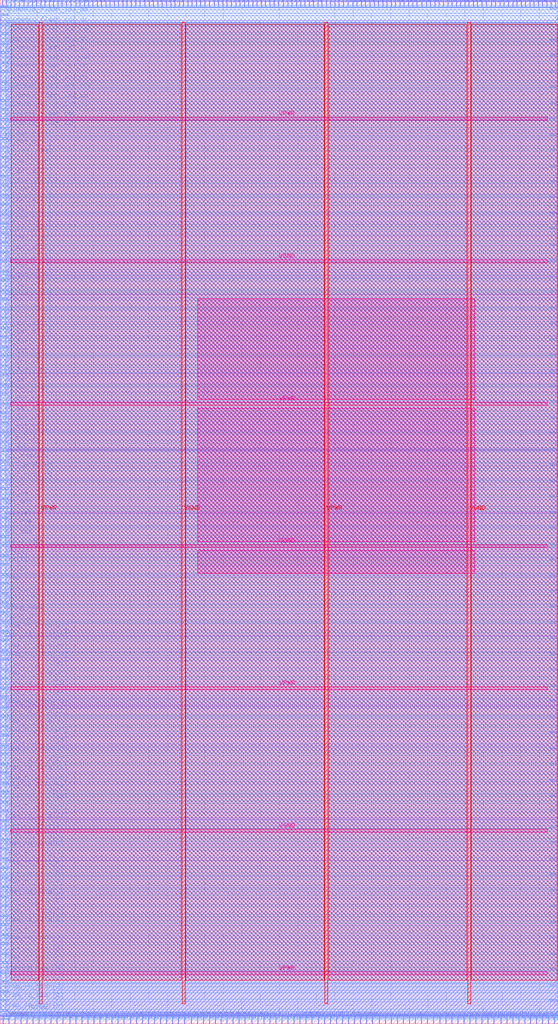
<source format=lef>
VERSION 5.7 ;
  NOWIREEXTENSIONATPIN ON ;
  DIVIDERCHAR "/" ;
  BUSBITCHARS "[]" ;
MACRO housekeeping
  CLASS BLOCK ;
  FOREIGN housekeeping ;
  ORIGIN 0.000 0.000 ;
  SIZE 300.230 BY 550.950 ;
  PIN VGND
    DIRECTION INPUT ;
    USE GROUND ;
    PORT
      LAYER met5 ;
        RECT 5.520 103.080 294.400 104.680 ;
    END
    PORT
      LAYER met5 ;
        RECT 5.520 256.260 294.400 257.860 ;
    END
    PORT
      LAYER met5 ;
        RECT 5.520 409.440 294.400 411.040 ;
    END
    PORT
      LAYER met4 ;
        RECT 97.840 10.640 99.440 538.800 ;
    END
    PORT
      LAYER met4 ;
        RECT 251.440 10.640 253.040 538.800 ;
    END
  END VGND
  PIN VPWR
    DIRECTION INPUT ;
    USE POWER ;
    PORT
      LAYER met5 ;
        RECT 5.520 26.490 294.400 28.090 ;
    END
    PORT
      LAYER met5 ;
        RECT 5.520 179.670 294.400 181.270 ;
    END
    PORT
      LAYER met5 ;
        RECT 5.520 332.850 294.400 334.450 ;
    END
    PORT
      LAYER met5 ;
        RECT 5.520 486.030 294.400 487.630 ;
    END
    PORT
      LAYER met4 ;
        RECT 21.040 10.640 22.640 538.800 ;
    END
    PORT
      LAYER met4 ;
        RECT 174.640 10.640 176.240 538.800 ;
    END
  END VPWR
  PIN debug_in
    DIRECTION OUTPUT TRISTATE ;
    USE SIGNAL ;
    PORT
      LAYER met3 ;
        RECT 0.000 216.280 4.000 216.880 ;
    END
  END debug_in
  PIN debug_mode
    DIRECTION INPUT ;
    USE SIGNAL ;
    PORT
      LAYER met3 ;
        RECT 0.000 221.040 4.000 221.640 ;
    END
  END debug_mode
  PIN debug_oeb
    DIRECTION INPUT ;
    USE SIGNAL ;
    PORT
      LAYER met3 ;
        RECT 0.000 226.480 4.000 227.080 ;
    END
  END debug_oeb
  PIN debug_out
    DIRECTION INPUT ;
    USE SIGNAL ;
    PORT
      LAYER met3 ;
        RECT 0.000 231.240 4.000 231.840 ;
    END
  END debug_out
  PIN irq[0]
    DIRECTION OUTPUT TRISTATE ;
    USE SIGNAL ;
    PORT
      LAYER met3 ;
        RECT 0.000 241.440 4.000 242.040 ;
    END
  END irq[0]
  PIN irq[1]
    DIRECTION OUTPUT TRISTATE ;
    USE SIGNAL ;
    PORT
      LAYER met3 ;
        RECT 0.000 246.880 4.000 247.480 ;
    END
  END irq[1]
  PIN irq[2]
    DIRECTION OUTPUT TRISTATE ;
    USE SIGNAL ;
    PORT
      LAYER met3 ;
        RECT 0.000 251.640 4.000 252.240 ;
    END
  END irq[2]
  PIN mask_rev_in[0]
    DIRECTION INPUT ;
    USE SIGNAL ;
    PORT
      LAYER met2 ;
        RECT 196.970 0.000 197.250 4.000 ;
    END
  END mask_rev_in[0]
  PIN mask_rev_in[10]
    DIRECTION INPUT ;
    USE SIGNAL ;
    PORT
      LAYER met2 ;
        RECT 229.630 0.000 229.910 4.000 ;
    END
  END mask_rev_in[10]
  PIN mask_rev_in[11]
    DIRECTION INPUT ;
    USE SIGNAL ;
    PORT
      LAYER met2 ;
        RECT 232.850 0.000 233.130 4.000 ;
    END
  END mask_rev_in[11]
  PIN mask_rev_in[12]
    DIRECTION INPUT ;
    USE SIGNAL ;
    PORT
      LAYER met2 ;
        RECT 236.530 0.000 236.810 4.000 ;
    END
  END mask_rev_in[12]
  PIN mask_rev_in[13]
    DIRECTION INPUT ;
    USE SIGNAL ;
    PORT
      LAYER met2 ;
        RECT 239.750 0.000 240.030 4.000 ;
    END
  END mask_rev_in[13]
  PIN mask_rev_in[14]
    DIRECTION INPUT ;
    USE SIGNAL ;
    PORT
      LAYER met2 ;
        RECT 242.970 0.000 243.250 4.000 ;
    END
  END mask_rev_in[14]
  PIN mask_rev_in[15]
    DIRECTION INPUT ;
    USE SIGNAL ;
    PORT
      LAYER met2 ;
        RECT 246.190 0.000 246.470 4.000 ;
    END
  END mask_rev_in[15]
  PIN mask_rev_in[16]
    DIRECTION INPUT ;
    USE SIGNAL ;
    PORT
      LAYER met2 ;
        RECT 249.410 0.000 249.690 4.000 ;
    END
  END mask_rev_in[16]
  PIN mask_rev_in[17]
    DIRECTION INPUT ;
    USE SIGNAL ;
    PORT
      LAYER met2 ;
        RECT 252.630 0.000 252.910 4.000 ;
    END
  END mask_rev_in[17]
  PIN mask_rev_in[18]
    DIRECTION INPUT ;
    USE SIGNAL ;
    PORT
      LAYER met2 ;
        RECT 255.850 0.000 256.130 4.000 ;
    END
  END mask_rev_in[18]
  PIN mask_rev_in[19]
    DIRECTION INPUT ;
    USE SIGNAL ;
    PORT
      LAYER met2 ;
        RECT 259.070 0.000 259.350 4.000 ;
    END
  END mask_rev_in[19]
  PIN mask_rev_in[1]
    DIRECTION INPUT ;
    USE SIGNAL ;
    PORT
      LAYER met2 ;
        RECT 200.190 0.000 200.470 4.000 ;
    END
  END mask_rev_in[1]
  PIN mask_rev_in[20]
    DIRECTION INPUT ;
    USE SIGNAL ;
    PORT
      LAYER met2 ;
        RECT 262.290 0.000 262.570 4.000 ;
    END
  END mask_rev_in[20]
  PIN mask_rev_in[21]
    DIRECTION INPUT ;
    USE SIGNAL ;
    PORT
      LAYER met2 ;
        RECT 265.510 0.000 265.790 4.000 ;
    END
  END mask_rev_in[21]
  PIN mask_rev_in[22]
    DIRECTION INPUT ;
    USE SIGNAL ;
    PORT
      LAYER met2 ;
        RECT 269.190 0.000 269.470 4.000 ;
    END
  END mask_rev_in[22]
  PIN mask_rev_in[23]
    DIRECTION INPUT ;
    USE SIGNAL ;
    PORT
      LAYER met2 ;
        RECT 272.410 0.000 272.690 4.000 ;
    END
  END mask_rev_in[23]
  PIN mask_rev_in[24]
    DIRECTION INPUT ;
    USE SIGNAL ;
    PORT
      LAYER met2 ;
        RECT 275.630 0.000 275.910 4.000 ;
    END
  END mask_rev_in[24]
  PIN mask_rev_in[25]
    DIRECTION INPUT ;
    USE SIGNAL ;
    PORT
      LAYER met2 ;
        RECT 278.850 0.000 279.130 4.000 ;
    END
  END mask_rev_in[25]
  PIN mask_rev_in[26]
    DIRECTION INPUT ;
    USE SIGNAL ;
    PORT
      LAYER met2 ;
        RECT 282.070 0.000 282.350 4.000 ;
    END
  END mask_rev_in[26]
  PIN mask_rev_in[27]
    DIRECTION INPUT ;
    USE SIGNAL ;
    PORT
      LAYER met2 ;
        RECT 285.290 0.000 285.570 4.000 ;
    END
  END mask_rev_in[27]
  PIN mask_rev_in[28]
    DIRECTION INPUT ;
    USE SIGNAL ;
    PORT
      LAYER met2 ;
        RECT 288.510 0.000 288.790 4.000 ;
    END
  END mask_rev_in[28]
  PIN mask_rev_in[29]
    DIRECTION INPUT ;
    USE SIGNAL ;
    PORT
      LAYER met2 ;
        RECT 291.730 0.000 292.010 4.000 ;
    END
  END mask_rev_in[29]
  PIN mask_rev_in[2]
    DIRECTION INPUT ;
    USE SIGNAL ;
    PORT
      LAYER met2 ;
        RECT 203.870 0.000 204.150 4.000 ;
    END
  END mask_rev_in[2]
  PIN mask_rev_in[30]
    DIRECTION INPUT ;
    USE SIGNAL ;
    PORT
      LAYER met2 ;
        RECT 294.950 0.000 295.230 4.000 ;
    END
  END mask_rev_in[30]
  PIN mask_rev_in[31]
    DIRECTION INPUT ;
    USE SIGNAL ;
    PORT
      LAYER met2 ;
        RECT 298.170 0.000 298.450 4.000 ;
    END
  END mask_rev_in[31]
  PIN mask_rev_in[3]
    DIRECTION INPUT ;
    USE SIGNAL ;
    PORT
      LAYER met2 ;
        RECT 207.090 0.000 207.370 4.000 ;
    END
  END mask_rev_in[3]
  PIN mask_rev_in[4]
    DIRECTION INPUT ;
    USE SIGNAL ;
    PORT
      LAYER met2 ;
        RECT 210.310 0.000 210.590 4.000 ;
    END
  END mask_rev_in[4]
  PIN mask_rev_in[5]
    DIRECTION INPUT ;
    USE SIGNAL ;
    PORT
      LAYER met2 ;
        RECT 213.530 0.000 213.810 4.000 ;
    END
  END mask_rev_in[5]
  PIN mask_rev_in[6]
    DIRECTION INPUT ;
    USE SIGNAL ;
    PORT
      LAYER met2 ;
        RECT 216.750 0.000 217.030 4.000 ;
    END
  END mask_rev_in[6]
  PIN mask_rev_in[7]
    DIRECTION INPUT ;
    USE SIGNAL ;
    PORT
      LAYER met2 ;
        RECT 219.970 0.000 220.250 4.000 ;
    END
  END mask_rev_in[7]
  PIN mask_rev_in[8]
    DIRECTION INPUT ;
    USE SIGNAL ;
    PORT
      LAYER met2 ;
        RECT 223.190 0.000 223.470 4.000 ;
    END
  END mask_rev_in[8]
  PIN mask_rev_in[9]
    DIRECTION INPUT ;
    USE SIGNAL ;
    PORT
      LAYER met2 ;
        RECT 226.410 0.000 226.690 4.000 ;
    END
  END mask_rev_in[9]
  PIN mgmt_gpio_in[0]
    DIRECTION INPUT ;
    USE SIGNAL ;
    PORT
      LAYER met3 ;
        RECT 296.230 46.280 300.230 46.880 ;
    END
  END mgmt_gpio_in[0]
  PIN mgmt_gpio_in[10]
    DIRECTION INPUT ;
    USE SIGNAL ;
    PORT
      LAYER met3 ;
        RECT 296.230 300.600 300.230 301.200 ;
    END
  END mgmt_gpio_in[10]
  PIN mgmt_gpio_in[11]
    DIRECTION INPUT ;
    USE SIGNAL ;
    PORT
      LAYER met3 ;
        RECT 296.230 325.760 300.230 326.360 ;
    END
  END mgmt_gpio_in[11]
  PIN mgmt_gpio_in[12]
    DIRECTION INPUT ;
    USE SIGNAL ;
    PORT
      LAYER met3 ;
        RECT 296.230 350.920 300.230 351.520 ;
    END
  END mgmt_gpio_in[12]
  PIN mgmt_gpio_in[13]
    DIRECTION INPUT ;
    USE SIGNAL ;
    PORT
      LAYER met3 ;
        RECT 296.230 376.760 300.230 377.360 ;
    END
  END mgmt_gpio_in[13]
  PIN mgmt_gpio_in[14]
    DIRECTION INPUT ;
    USE SIGNAL ;
    PORT
      LAYER met3 ;
        RECT 296.230 401.920 300.230 402.520 ;
    END
  END mgmt_gpio_in[14]
  PIN mgmt_gpio_in[15]
    DIRECTION INPUT ;
    USE SIGNAL ;
    PORT
      LAYER met3 ;
        RECT 296.230 427.760 300.230 428.360 ;
    END
  END mgmt_gpio_in[15]
  PIN mgmt_gpio_in[16]
    DIRECTION INPUT ;
    USE SIGNAL ;
    PORT
      LAYER met3 ;
        RECT 296.230 452.920 300.230 453.520 ;
    END
  END mgmt_gpio_in[16]
  PIN mgmt_gpio_in[17]
    DIRECTION INPUT ;
    USE SIGNAL ;
    PORT
      LAYER met3 ;
        RECT 296.230 478.080 300.230 478.680 ;
    END
  END mgmt_gpio_in[17]
  PIN mgmt_gpio_in[18]
    DIRECTION INPUT ;
    USE SIGNAL ;
    PORT
      LAYER met3 ;
        RECT 296.230 503.920 300.230 504.520 ;
    END
  END mgmt_gpio_in[18]
  PIN mgmt_gpio_in[19]
    DIRECTION INPUT ;
    USE SIGNAL ;
    PORT
      LAYER met3 ;
        RECT 296.230 529.080 300.230 529.680 ;
    END
  END mgmt_gpio_in[19]
  PIN mgmt_gpio_in[1]
    DIRECTION INPUT ;
    USE SIGNAL ;
    PORT
      LAYER met3 ;
        RECT 296.230 71.440 300.230 72.040 ;
    END
  END mgmt_gpio_in[1]
  PIN mgmt_gpio_in[20]
    DIRECTION INPUT ;
    USE SIGNAL ;
    PORT
      LAYER met2 ;
        RECT 175.350 546.950 175.630 550.950 ;
    END
  END mgmt_gpio_in[20]
  PIN mgmt_gpio_in[21]
    DIRECTION INPUT ;
    USE SIGNAL ;
    PORT
      LAYER met2 ;
        RECT 182.250 546.950 182.530 550.950 ;
    END
  END mgmt_gpio_in[21]
  PIN mgmt_gpio_in[22]
    DIRECTION INPUT ;
    USE SIGNAL ;
    PORT
      LAYER met2 ;
        RECT 189.610 546.950 189.890 550.950 ;
    END
  END mgmt_gpio_in[22]
  PIN mgmt_gpio_in[23]
    DIRECTION INPUT ;
    USE SIGNAL ;
    PORT
      LAYER met2 ;
        RECT 196.510 546.950 196.790 550.950 ;
    END
  END mgmt_gpio_in[23]
  PIN mgmt_gpio_in[24]
    DIRECTION INPUT ;
    USE SIGNAL ;
    PORT
      LAYER met2 ;
        RECT 203.410 546.950 203.690 550.950 ;
    END
  END mgmt_gpio_in[24]
  PIN mgmt_gpio_in[25]
    DIRECTION INPUT ;
    USE SIGNAL ;
    PORT
      LAYER met2 ;
        RECT 210.310 546.950 210.590 550.950 ;
    END
  END mgmt_gpio_in[25]
  PIN mgmt_gpio_in[26]
    DIRECTION INPUT ;
    USE SIGNAL ;
    PORT
      LAYER met2 ;
        RECT 217.210 546.950 217.490 550.950 ;
    END
  END mgmt_gpio_in[26]
  PIN mgmt_gpio_in[27]
    DIRECTION INPUT ;
    USE SIGNAL ;
    PORT
      LAYER met2 ;
        RECT 224.110 546.950 224.390 550.950 ;
    END
  END mgmt_gpio_in[27]
  PIN mgmt_gpio_in[28]
    DIRECTION INPUT ;
    USE SIGNAL ;
    PORT
      LAYER met2 ;
        RECT 231.470 546.950 231.750 550.950 ;
    END
  END mgmt_gpio_in[28]
  PIN mgmt_gpio_in[29]
    DIRECTION INPUT ;
    USE SIGNAL ;
    PORT
      LAYER met2 ;
        RECT 238.370 546.950 238.650 550.950 ;
    END
  END mgmt_gpio_in[29]
  PIN mgmt_gpio_in[2]
    DIRECTION INPUT ;
    USE SIGNAL ;
    PORT
      LAYER met3 ;
        RECT 296.230 97.280 300.230 97.880 ;
    END
  END mgmt_gpio_in[2]
  PIN mgmt_gpio_in[30]
    DIRECTION INPUT ;
    USE SIGNAL ;
    PORT
      LAYER met2 ;
        RECT 245.270 546.950 245.550 550.950 ;
    END
  END mgmt_gpio_in[30]
  PIN mgmt_gpio_in[31]
    DIRECTION INPUT ;
    USE SIGNAL ;
    PORT
      LAYER met2 ;
        RECT 252.170 546.950 252.450 550.950 ;
    END
  END mgmt_gpio_in[31]
  PIN mgmt_gpio_in[32]
    DIRECTION INPUT ;
    USE SIGNAL ;
    PORT
      LAYER met2 ;
        RECT 259.070 546.950 259.350 550.950 ;
    END
  END mgmt_gpio_in[32]
  PIN mgmt_gpio_in[33]
    DIRECTION INPUT ;
    USE SIGNAL ;
    PORT
      LAYER met2 ;
        RECT 266.430 546.950 266.710 550.950 ;
    END
  END mgmt_gpio_in[33]
  PIN mgmt_gpio_in[34]
    DIRECTION INPUT ;
    USE SIGNAL ;
    PORT
      LAYER met2 ;
        RECT 273.330 546.950 273.610 550.950 ;
    END
  END mgmt_gpio_in[34]
  PIN mgmt_gpio_in[35]
    DIRECTION INPUT ;
    USE SIGNAL ;
    PORT
      LAYER met2 ;
        RECT 280.230 546.950 280.510 550.950 ;
    END
  END mgmt_gpio_in[35]
  PIN mgmt_gpio_in[36]
    DIRECTION INPUT ;
    USE SIGNAL ;
    PORT
      LAYER met2 ;
        RECT 287.130 546.950 287.410 550.950 ;
    END
  END mgmt_gpio_in[36]
  PIN mgmt_gpio_in[37]
    DIRECTION INPUT ;
    USE SIGNAL ;
    PORT
      LAYER met2 ;
        RECT 294.030 546.950 294.310 550.950 ;
    END
  END mgmt_gpio_in[37]
  PIN mgmt_gpio_in[3]
    DIRECTION INPUT ;
    USE SIGNAL ;
    PORT
      LAYER met3 ;
        RECT 296.230 122.440 300.230 123.040 ;
    END
  END mgmt_gpio_in[3]
  PIN mgmt_gpio_in[4]
    DIRECTION INPUT ;
    USE SIGNAL ;
    PORT
      LAYER met3 ;
        RECT 296.230 147.600 300.230 148.200 ;
    END
  END mgmt_gpio_in[4]
  PIN mgmt_gpio_in[5]
    DIRECTION INPUT ;
    USE SIGNAL ;
    PORT
      LAYER met3 ;
        RECT 296.230 173.440 300.230 174.040 ;
    END
  END mgmt_gpio_in[5]
  PIN mgmt_gpio_in[6]
    DIRECTION INPUT ;
    USE SIGNAL ;
    PORT
      LAYER met3 ;
        RECT 296.230 198.600 300.230 199.200 ;
    END
  END mgmt_gpio_in[6]
  PIN mgmt_gpio_in[7]
    DIRECTION INPUT ;
    USE SIGNAL ;
    PORT
      LAYER met3 ;
        RECT 296.230 224.440 300.230 225.040 ;
    END
  END mgmt_gpio_in[7]
  PIN mgmt_gpio_in[8]
    DIRECTION INPUT ;
    USE SIGNAL ;
    PORT
      LAYER met3 ;
        RECT 296.230 249.600 300.230 250.200 ;
    END
  END mgmt_gpio_in[8]
  PIN mgmt_gpio_in[9]
    DIRECTION INPUT ;
    USE SIGNAL ;
    PORT
      LAYER met3 ;
        RECT 296.230 274.760 300.230 275.360 ;
    END
  END mgmt_gpio_in[9]
  PIN mgmt_gpio_oeb[0]
    DIRECTION OUTPUT TRISTATE ;
    USE SIGNAL ;
    PORT
      LAYER met3 ;
        RECT 296.230 54.440 300.230 55.040 ;
    END
  END mgmt_gpio_oeb[0]
  PIN mgmt_gpio_oeb[10]
    DIRECTION OUTPUT TRISTATE ;
    USE SIGNAL ;
    PORT
      LAYER met3 ;
        RECT 296.230 308.760 300.230 309.360 ;
    END
  END mgmt_gpio_oeb[10]
  PIN mgmt_gpio_oeb[11]
    DIRECTION OUTPUT TRISTATE ;
    USE SIGNAL ;
    PORT
      LAYER met3 ;
        RECT 296.230 334.600 300.230 335.200 ;
    END
  END mgmt_gpio_oeb[11]
  PIN mgmt_gpio_oeb[12]
    DIRECTION OUTPUT TRISTATE ;
    USE SIGNAL ;
    PORT
      LAYER met3 ;
        RECT 296.230 359.760 300.230 360.360 ;
    END
  END mgmt_gpio_oeb[12]
  PIN mgmt_gpio_oeb[13]
    DIRECTION OUTPUT TRISTATE ;
    USE SIGNAL ;
    PORT
      LAYER met3 ;
        RECT 296.230 384.920 300.230 385.520 ;
    END
  END mgmt_gpio_oeb[13]
  PIN mgmt_gpio_oeb[14]
    DIRECTION OUTPUT TRISTATE ;
    USE SIGNAL ;
    PORT
      LAYER met3 ;
        RECT 296.230 410.760 300.230 411.360 ;
    END
  END mgmt_gpio_oeb[14]
  PIN mgmt_gpio_oeb[15]
    DIRECTION OUTPUT TRISTATE ;
    USE SIGNAL ;
    PORT
      LAYER met3 ;
        RECT 296.230 435.920 300.230 436.520 ;
    END
  END mgmt_gpio_oeb[15]
  PIN mgmt_gpio_oeb[16]
    DIRECTION OUTPUT TRISTATE ;
    USE SIGNAL ;
    PORT
      LAYER met3 ;
        RECT 296.230 461.080 300.230 461.680 ;
    END
  END mgmt_gpio_oeb[16]
  PIN mgmt_gpio_oeb[17]
    DIRECTION OUTPUT TRISTATE ;
    USE SIGNAL ;
    PORT
      LAYER met3 ;
        RECT 296.230 486.920 300.230 487.520 ;
    END
  END mgmt_gpio_oeb[17]
  PIN mgmt_gpio_oeb[18]
    DIRECTION OUTPUT TRISTATE ;
    USE SIGNAL ;
    PORT
      LAYER met3 ;
        RECT 296.230 512.080 300.230 512.680 ;
    END
  END mgmt_gpio_oeb[18]
  PIN mgmt_gpio_oeb[19]
    DIRECTION OUTPUT TRISTATE ;
    USE SIGNAL ;
    PORT
      LAYER met3 ;
        RECT 296.230 537.920 300.230 538.520 ;
    END
  END mgmt_gpio_oeb[19]
  PIN mgmt_gpio_oeb[1]
    DIRECTION OUTPUT TRISTATE ;
    USE SIGNAL ;
    PORT
      LAYER met3 ;
        RECT 296.230 80.280 300.230 80.880 ;
    END
  END mgmt_gpio_oeb[1]
  PIN mgmt_gpio_oeb[20]
    DIRECTION OUTPUT TRISTATE ;
    USE SIGNAL ;
    PORT
      LAYER met2 ;
        RECT 177.650 546.950 177.930 550.950 ;
    END
  END mgmt_gpio_oeb[20]
  PIN mgmt_gpio_oeb[21]
    DIRECTION OUTPUT TRISTATE ;
    USE SIGNAL ;
    PORT
      LAYER met2 ;
        RECT 184.550 546.950 184.830 550.950 ;
    END
  END mgmt_gpio_oeb[21]
  PIN mgmt_gpio_oeb[22]
    DIRECTION OUTPUT TRISTATE ;
    USE SIGNAL ;
    PORT
      LAYER met2 ;
        RECT 191.910 546.950 192.190 550.950 ;
    END
  END mgmt_gpio_oeb[22]
  PIN mgmt_gpio_oeb[23]
    DIRECTION OUTPUT TRISTATE ;
    USE SIGNAL ;
    PORT
      LAYER met2 ;
        RECT 198.810 546.950 199.090 550.950 ;
    END
  END mgmt_gpio_oeb[23]
  PIN mgmt_gpio_oeb[24]
    DIRECTION OUTPUT TRISTATE ;
    USE SIGNAL ;
    PORT
      LAYER met2 ;
        RECT 205.710 546.950 205.990 550.950 ;
    END
  END mgmt_gpio_oeb[24]
  PIN mgmt_gpio_oeb[25]
    DIRECTION OUTPUT TRISTATE ;
    USE SIGNAL ;
    PORT
      LAYER met2 ;
        RECT 212.610 546.950 212.890 550.950 ;
    END
  END mgmt_gpio_oeb[25]
  PIN mgmt_gpio_oeb[26]
    DIRECTION OUTPUT TRISTATE ;
    USE SIGNAL ;
    PORT
      LAYER met2 ;
        RECT 219.510 546.950 219.790 550.950 ;
    END
  END mgmt_gpio_oeb[26]
  PIN mgmt_gpio_oeb[27]
    DIRECTION OUTPUT TRISTATE ;
    USE SIGNAL ;
    PORT
      LAYER met2 ;
        RECT 226.870 546.950 227.150 550.950 ;
    END
  END mgmt_gpio_oeb[27]
  PIN mgmt_gpio_oeb[28]
    DIRECTION OUTPUT TRISTATE ;
    USE SIGNAL ;
    PORT
      LAYER met2 ;
        RECT 233.770 546.950 234.050 550.950 ;
    END
  END mgmt_gpio_oeb[28]
  PIN mgmt_gpio_oeb[29]
    DIRECTION OUTPUT TRISTATE ;
    USE SIGNAL ;
    PORT
      LAYER met2 ;
        RECT 240.670 546.950 240.950 550.950 ;
    END
  END mgmt_gpio_oeb[29]
  PIN mgmt_gpio_oeb[2]
    DIRECTION OUTPUT TRISTATE ;
    USE SIGNAL ;
    PORT
      LAYER met3 ;
        RECT 296.230 105.440 300.230 106.040 ;
    END
  END mgmt_gpio_oeb[2]
  PIN mgmt_gpio_oeb[30]
    DIRECTION OUTPUT TRISTATE ;
    USE SIGNAL ;
    PORT
      LAYER met2 ;
        RECT 247.570 546.950 247.850 550.950 ;
    END
  END mgmt_gpio_oeb[30]
  PIN mgmt_gpio_oeb[31]
    DIRECTION OUTPUT TRISTATE ;
    USE SIGNAL ;
    PORT
      LAYER met2 ;
        RECT 254.470 546.950 254.750 550.950 ;
    END
  END mgmt_gpio_oeb[31]
  PIN mgmt_gpio_oeb[32]
    DIRECTION OUTPUT TRISTATE ;
    USE SIGNAL ;
    PORT
      LAYER met2 ;
        RECT 261.370 546.950 261.650 550.950 ;
    END
  END mgmt_gpio_oeb[32]
  PIN mgmt_gpio_oeb[33]
    DIRECTION OUTPUT TRISTATE ;
    USE SIGNAL ;
    PORT
      LAYER met2 ;
        RECT 268.730 546.950 269.010 550.950 ;
    END
  END mgmt_gpio_oeb[33]
  PIN mgmt_gpio_oeb[34]
    DIRECTION OUTPUT TRISTATE ;
    USE SIGNAL ;
    PORT
      LAYER met2 ;
        RECT 275.630 546.950 275.910 550.950 ;
    END
  END mgmt_gpio_oeb[34]
  PIN mgmt_gpio_oeb[35]
    DIRECTION OUTPUT TRISTATE ;
    USE SIGNAL ;
    PORT
      LAYER met2 ;
        RECT 282.530 546.950 282.810 550.950 ;
    END
  END mgmt_gpio_oeb[35]
  PIN mgmt_gpio_oeb[36]
    DIRECTION OUTPUT TRISTATE ;
    USE SIGNAL ;
    PORT
      LAYER met2 ;
        RECT 289.430 546.950 289.710 550.950 ;
    END
  END mgmt_gpio_oeb[36]
  PIN mgmt_gpio_oeb[37]
    DIRECTION OUTPUT TRISTATE ;
    USE SIGNAL ;
    PORT
      LAYER met2 ;
        RECT 296.330 546.950 296.610 550.950 ;
    END
  END mgmt_gpio_oeb[37]
  PIN mgmt_gpio_oeb[3]
    DIRECTION OUTPUT TRISTATE ;
    USE SIGNAL ;
    PORT
      LAYER met3 ;
        RECT 296.230 130.600 300.230 131.200 ;
    END
  END mgmt_gpio_oeb[3]
  PIN mgmt_gpio_oeb[4]
    DIRECTION OUTPUT TRISTATE ;
    USE SIGNAL ;
    PORT
      LAYER met3 ;
        RECT 296.230 156.440 300.230 157.040 ;
    END
  END mgmt_gpio_oeb[4]
  PIN mgmt_gpio_oeb[5]
    DIRECTION OUTPUT TRISTATE ;
    USE SIGNAL ;
    PORT
      LAYER met3 ;
        RECT 296.230 181.600 300.230 182.200 ;
    END
  END mgmt_gpio_oeb[5]
  PIN mgmt_gpio_oeb[6]
    DIRECTION OUTPUT TRISTATE ;
    USE SIGNAL ;
    PORT
      LAYER met3 ;
        RECT 296.230 207.440 300.230 208.040 ;
    END
  END mgmt_gpio_oeb[6]
  PIN mgmt_gpio_oeb[7]
    DIRECTION OUTPUT TRISTATE ;
    USE SIGNAL ;
    PORT
      LAYER met3 ;
        RECT 296.230 232.600 300.230 233.200 ;
    END
  END mgmt_gpio_oeb[7]
  PIN mgmt_gpio_oeb[8]
    DIRECTION OUTPUT TRISTATE ;
    USE SIGNAL ;
    PORT
      LAYER met3 ;
        RECT 296.230 257.760 300.230 258.360 ;
    END
  END mgmt_gpio_oeb[8]
  PIN mgmt_gpio_oeb[9]
    DIRECTION OUTPUT TRISTATE ;
    USE SIGNAL ;
    PORT
      LAYER met3 ;
        RECT 296.230 283.600 300.230 284.200 ;
    END
  END mgmt_gpio_oeb[9]
  PIN mgmt_gpio_out[0]
    DIRECTION OUTPUT TRISTATE ;
    USE SIGNAL ;
    PORT
      LAYER met3 ;
        RECT 296.230 63.280 300.230 63.880 ;
    END
  END mgmt_gpio_out[0]
  PIN mgmt_gpio_out[10]
    DIRECTION OUTPUT TRISTATE ;
    USE SIGNAL ;
    PORT
      LAYER met3 ;
        RECT 296.230 317.600 300.230 318.200 ;
    END
  END mgmt_gpio_out[10]
  PIN mgmt_gpio_out[11]
    DIRECTION OUTPUT TRISTATE ;
    USE SIGNAL ;
    PORT
      LAYER met3 ;
        RECT 296.230 342.760 300.230 343.360 ;
    END
  END mgmt_gpio_out[11]
  PIN mgmt_gpio_out[12]
    DIRECTION OUTPUT TRISTATE ;
    USE SIGNAL ;
    PORT
      LAYER met3 ;
        RECT 296.230 367.920 300.230 368.520 ;
    END
  END mgmt_gpio_out[12]
  PIN mgmt_gpio_out[13]
    DIRECTION OUTPUT TRISTATE ;
    USE SIGNAL ;
    PORT
      LAYER met3 ;
        RECT 296.230 393.760 300.230 394.360 ;
    END
  END mgmt_gpio_out[13]
  PIN mgmt_gpio_out[14]
    DIRECTION OUTPUT TRISTATE ;
    USE SIGNAL ;
    PORT
      LAYER met3 ;
        RECT 296.230 418.920 300.230 419.520 ;
    END
  END mgmt_gpio_out[14]
  PIN mgmt_gpio_out[15]
    DIRECTION OUTPUT TRISTATE ;
    USE SIGNAL ;
    PORT
      LAYER met3 ;
        RECT 296.230 444.760 300.230 445.360 ;
    END
  END mgmt_gpio_out[15]
  PIN mgmt_gpio_out[16]
    DIRECTION OUTPUT TRISTATE ;
    USE SIGNAL ;
    PORT
      LAYER met3 ;
        RECT 296.230 469.920 300.230 470.520 ;
    END
  END mgmt_gpio_out[16]
  PIN mgmt_gpio_out[17]
    DIRECTION OUTPUT TRISTATE ;
    USE SIGNAL ;
    PORT
      LAYER met3 ;
        RECT 296.230 495.080 300.230 495.680 ;
    END
  END mgmt_gpio_out[17]
  PIN mgmt_gpio_out[18]
    DIRECTION OUTPUT TRISTATE ;
    USE SIGNAL ;
    PORT
      LAYER met3 ;
        RECT 296.230 520.920 300.230 521.520 ;
    END
  END mgmt_gpio_out[18]
  PIN mgmt_gpio_out[19]
    DIRECTION OUTPUT TRISTATE ;
    USE SIGNAL ;
    PORT
      LAYER met3 ;
        RECT 296.230 546.080 300.230 546.680 ;
    END
  END mgmt_gpio_out[19]
  PIN mgmt_gpio_out[1]
    DIRECTION OUTPUT TRISTATE ;
    USE SIGNAL ;
    PORT
      LAYER met3 ;
        RECT 296.230 88.440 300.230 89.040 ;
    END
  END mgmt_gpio_out[1]
  PIN mgmt_gpio_out[20]
    DIRECTION OUTPUT TRISTATE ;
    USE SIGNAL ;
    PORT
      LAYER met2 ;
        RECT 179.950 546.950 180.230 550.950 ;
    END
  END mgmt_gpio_out[20]
  PIN mgmt_gpio_out[21]
    DIRECTION OUTPUT TRISTATE ;
    USE SIGNAL ;
    PORT
      LAYER met2 ;
        RECT 186.850 546.950 187.130 550.950 ;
    END
  END mgmt_gpio_out[21]
  PIN mgmt_gpio_out[22]
    DIRECTION OUTPUT TRISTATE ;
    USE SIGNAL ;
    PORT
      LAYER met2 ;
        RECT 194.210 546.950 194.490 550.950 ;
    END
  END mgmt_gpio_out[22]
  PIN mgmt_gpio_out[23]
    DIRECTION OUTPUT TRISTATE ;
    USE SIGNAL ;
    PORT
      LAYER met2 ;
        RECT 201.110 546.950 201.390 550.950 ;
    END
  END mgmt_gpio_out[23]
  PIN mgmt_gpio_out[24]
    DIRECTION OUTPUT TRISTATE ;
    USE SIGNAL ;
    PORT
      LAYER met2 ;
        RECT 208.010 546.950 208.290 550.950 ;
    END
  END mgmt_gpio_out[24]
  PIN mgmt_gpio_out[25]
    DIRECTION OUTPUT TRISTATE ;
    USE SIGNAL ;
    PORT
      LAYER met2 ;
        RECT 214.910 546.950 215.190 550.950 ;
    END
  END mgmt_gpio_out[25]
  PIN mgmt_gpio_out[26]
    DIRECTION OUTPUT TRISTATE ;
    USE SIGNAL ;
    PORT
      LAYER met2 ;
        RECT 221.810 546.950 222.090 550.950 ;
    END
  END mgmt_gpio_out[26]
  PIN mgmt_gpio_out[27]
    DIRECTION OUTPUT TRISTATE ;
    USE SIGNAL ;
    PORT
      LAYER met2 ;
        RECT 229.170 546.950 229.450 550.950 ;
    END
  END mgmt_gpio_out[27]
  PIN mgmt_gpio_out[28]
    DIRECTION OUTPUT TRISTATE ;
    USE SIGNAL ;
    PORT
      LAYER met2 ;
        RECT 236.070 546.950 236.350 550.950 ;
    END
  END mgmt_gpio_out[28]
  PIN mgmt_gpio_out[29]
    DIRECTION OUTPUT TRISTATE ;
    USE SIGNAL ;
    PORT
      LAYER met2 ;
        RECT 242.970 546.950 243.250 550.950 ;
    END
  END mgmt_gpio_out[29]
  PIN mgmt_gpio_out[2]
    DIRECTION OUTPUT TRISTATE ;
    USE SIGNAL ;
    PORT
      LAYER met3 ;
        RECT 296.230 114.280 300.230 114.880 ;
    END
  END mgmt_gpio_out[2]
  PIN mgmt_gpio_out[30]
    DIRECTION OUTPUT TRISTATE ;
    USE SIGNAL ;
    PORT
      LAYER met2 ;
        RECT 249.870 546.950 250.150 550.950 ;
    END
  END mgmt_gpio_out[30]
  PIN mgmt_gpio_out[31]
    DIRECTION OUTPUT TRISTATE ;
    USE SIGNAL ;
    PORT
      LAYER met2 ;
        RECT 256.770 546.950 257.050 550.950 ;
    END
  END mgmt_gpio_out[31]
  PIN mgmt_gpio_out[32]
    DIRECTION OUTPUT TRISTATE ;
    USE SIGNAL ;
    PORT
      LAYER met2 ;
        RECT 264.130 546.950 264.410 550.950 ;
    END
  END mgmt_gpio_out[32]
  PIN mgmt_gpio_out[33]
    DIRECTION OUTPUT TRISTATE ;
    USE SIGNAL ;
    PORT
      LAYER met2 ;
        RECT 271.030 546.950 271.310 550.950 ;
    END
  END mgmt_gpio_out[33]
  PIN mgmt_gpio_out[34]
    DIRECTION OUTPUT TRISTATE ;
    USE SIGNAL ;
    PORT
      LAYER met2 ;
        RECT 277.930 546.950 278.210 550.950 ;
    END
  END mgmt_gpio_out[34]
  PIN mgmt_gpio_out[35]
    DIRECTION OUTPUT TRISTATE ;
    USE SIGNAL ;
    PORT
      LAYER met2 ;
        RECT 284.830 546.950 285.110 550.950 ;
    END
  END mgmt_gpio_out[35]
  PIN mgmt_gpio_out[36]
    DIRECTION OUTPUT TRISTATE ;
    USE SIGNAL ;
    PORT
      LAYER met2 ;
        RECT 291.730 546.950 292.010 550.950 ;
    END
  END mgmt_gpio_out[36]
  PIN mgmt_gpio_out[37]
    DIRECTION OUTPUT TRISTATE ;
    USE SIGNAL ;
    PORT
      LAYER met2 ;
        RECT 298.630 546.950 298.910 550.950 ;
    END
  END mgmt_gpio_out[37]
  PIN mgmt_gpio_out[3]
    DIRECTION OUTPUT TRISTATE ;
    USE SIGNAL ;
    PORT
      LAYER met3 ;
        RECT 296.230 139.440 300.230 140.040 ;
    END
  END mgmt_gpio_out[3]
  PIN mgmt_gpio_out[4]
    DIRECTION OUTPUT TRISTATE ;
    USE SIGNAL ;
    PORT
      LAYER met3 ;
        RECT 296.230 164.600 300.230 165.200 ;
    END
  END mgmt_gpio_out[4]
  PIN mgmt_gpio_out[5]
    DIRECTION OUTPUT TRISTATE ;
    USE SIGNAL ;
    PORT
      LAYER met3 ;
        RECT 296.230 190.440 300.230 191.040 ;
    END
  END mgmt_gpio_out[5]
  PIN mgmt_gpio_out[6]
    DIRECTION OUTPUT TRISTATE ;
    USE SIGNAL ;
    PORT
      LAYER met3 ;
        RECT 296.230 215.600 300.230 216.200 ;
    END
  END mgmt_gpio_out[6]
  PIN mgmt_gpio_out[7]
    DIRECTION OUTPUT TRISTATE ;
    USE SIGNAL ;
    PORT
      LAYER met3 ;
        RECT 296.230 240.760 300.230 241.360 ;
    END
  END mgmt_gpio_out[7]
  PIN mgmt_gpio_out[8]
    DIRECTION OUTPUT TRISTATE ;
    USE SIGNAL ;
    PORT
      LAYER met3 ;
        RECT 296.230 266.600 300.230 267.200 ;
    END
  END mgmt_gpio_out[8]
  PIN mgmt_gpio_out[9]
    DIRECTION OUTPUT TRISTATE ;
    USE SIGNAL ;
    PORT
      LAYER met3 ;
        RECT 296.230 291.760 300.230 292.360 ;
    END
  END mgmt_gpio_out[9]
  PIN pad_flash_clk
    DIRECTION OUTPUT TRISTATE ;
    USE SIGNAL ;
    PORT
      LAYER met2 ;
        RECT 154.650 0.000 154.930 4.000 ;
    END
  END pad_flash_clk
  PIN pad_flash_clk_oeb
    DIRECTION OUTPUT TRISTATE ;
    USE SIGNAL ;
    PORT
      LAYER met2 ;
        RECT 157.870 0.000 158.150 4.000 ;
    END
  END pad_flash_clk_oeb
  PIN pad_flash_csb
    DIRECTION OUTPUT TRISTATE ;
    USE SIGNAL ;
    PORT
      LAYER met2 ;
        RECT 161.090 0.000 161.370 4.000 ;
    END
  END pad_flash_csb
  PIN pad_flash_csb_oeb
    DIRECTION OUTPUT TRISTATE ;
    USE SIGNAL ;
    PORT
      LAYER met2 ;
        RECT 164.310 0.000 164.590 4.000 ;
    END
  END pad_flash_csb_oeb
  PIN pad_flash_io0_di
    DIRECTION INPUT ;
    USE SIGNAL ;
    PORT
      LAYER met2 ;
        RECT 167.530 0.000 167.810 4.000 ;
    END
  END pad_flash_io0_di
  PIN pad_flash_io0_do
    DIRECTION OUTPUT TRISTATE ;
    USE SIGNAL ;
    PORT
      LAYER met2 ;
        RECT 171.210 0.000 171.490 4.000 ;
    END
  END pad_flash_io0_do
  PIN pad_flash_io0_ieb
    DIRECTION OUTPUT TRISTATE ;
    USE SIGNAL ;
    PORT
      LAYER met2 ;
        RECT 174.430 0.000 174.710 4.000 ;
    END
  END pad_flash_io0_ieb
  PIN pad_flash_io0_oeb
    DIRECTION OUTPUT TRISTATE ;
    USE SIGNAL ;
    PORT
      LAYER met2 ;
        RECT 177.650 0.000 177.930 4.000 ;
    END
  END pad_flash_io0_oeb
  PIN pad_flash_io1_di
    DIRECTION INPUT ;
    USE SIGNAL ;
    PORT
      LAYER met2 ;
        RECT 180.870 0.000 181.150 4.000 ;
    END
  END pad_flash_io1_di
  PIN pad_flash_io1_do
    DIRECTION OUTPUT TRISTATE ;
    USE SIGNAL ;
    PORT
      LAYER met2 ;
        RECT 184.090 0.000 184.370 4.000 ;
    END
  END pad_flash_io1_do
  PIN pad_flash_io1_ieb
    DIRECTION OUTPUT TRISTATE ;
    USE SIGNAL ;
    PORT
      LAYER met2 ;
        RECT 187.310 0.000 187.590 4.000 ;
    END
  END pad_flash_io1_ieb
  PIN pad_flash_io1_oeb
    DIRECTION OUTPUT TRISTATE ;
    USE SIGNAL ;
    PORT
      LAYER met2 ;
        RECT 190.530 0.000 190.810 4.000 ;
    END
  END pad_flash_io1_oeb
  PIN pll90_sel[0]
    DIRECTION OUTPUT TRISTATE ;
    USE SIGNAL ;
    PORT
      LAYER met2 ;
        RECT 33.670 0.000 33.950 4.000 ;
    END
  END pll90_sel[0]
  PIN pll90_sel[1]
    DIRECTION OUTPUT TRISTATE ;
    USE SIGNAL ;
    PORT
      LAYER met2 ;
        RECT 37.350 0.000 37.630 4.000 ;
    END
  END pll90_sel[1]
  PIN pll90_sel[2]
    DIRECTION OUTPUT TRISTATE ;
    USE SIGNAL ;
    PORT
      LAYER met2 ;
        RECT 40.570 0.000 40.850 4.000 ;
    END
  END pll90_sel[2]
  PIN pll_bypass
    DIRECTION OUTPUT TRISTATE ;
    USE SIGNAL ;
    PORT
      LAYER met2 ;
        RECT 128.430 0.000 128.710 4.000 ;
    END
  END pll_bypass
  PIN pll_dco_ena
    DIRECTION OUTPUT TRISTATE ;
    USE SIGNAL ;
    PORT
      LAYER met2 ;
        RECT 4.690 0.000 4.970 4.000 ;
    END
  END pll_dco_ena
  PIN pll_div[0]
    DIRECTION OUTPUT TRISTATE ;
    USE SIGNAL ;
    PORT
      LAYER met2 ;
        RECT 7.910 0.000 8.190 4.000 ;
    END
  END pll_div[0]
  PIN pll_div[1]
    DIRECTION OUTPUT TRISTATE ;
    USE SIGNAL ;
    PORT
      LAYER met2 ;
        RECT 11.130 0.000 11.410 4.000 ;
    END
  END pll_div[1]
  PIN pll_div[2]
    DIRECTION OUTPUT TRISTATE ;
    USE SIGNAL ;
    PORT
      LAYER met2 ;
        RECT 14.350 0.000 14.630 4.000 ;
    END
  END pll_div[2]
  PIN pll_div[3]
    DIRECTION OUTPUT TRISTATE ;
    USE SIGNAL ;
    PORT
      LAYER met2 ;
        RECT 17.570 0.000 17.850 4.000 ;
    END
  END pll_div[3]
  PIN pll_div[4]
    DIRECTION OUTPUT TRISTATE ;
    USE SIGNAL ;
    PORT
      LAYER met2 ;
        RECT 20.790 0.000 21.070 4.000 ;
    END
  END pll_div[4]
  PIN pll_ena
    DIRECTION OUTPUT TRISTATE ;
    USE SIGNAL ;
    PORT
      LAYER met2 ;
        RECT 1.470 0.000 1.750 4.000 ;
    END
  END pll_ena
  PIN pll_sel[0]
    DIRECTION OUTPUT TRISTATE ;
    USE SIGNAL ;
    PORT
      LAYER met2 ;
        RECT 24.010 0.000 24.290 4.000 ;
    END
  END pll_sel[0]
  PIN pll_sel[1]
    DIRECTION OUTPUT TRISTATE ;
    USE SIGNAL ;
    PORT
      LAYER met2 ;
        RECT 27.230 0.000 27.510 4.000 ;
    END
  END pll_sel[1]
  PIN pll_sel[2]
    DIRECTION OUTPUT TRISTATE ;
    USE SIGNAL ;
    PORT
      LAYER met2 ;
        RECT 30.450 0.000 30.730 4.000 ;
    END
  END pll_sel[2]
  PIN pll_trim[0]
    DIRECTION OUTPUT TRISTATE ;
    USE SIGNAL ;
    PORT
      LAYER met2 ;
        RECT 43.790 0.000 44.070 4.000 ;
    END
  END pll_trim[0]
  PIN pll_trim[10]
    DIRECTION OUTPUT TRISTATE ;
    USE SIGNAL ;
    PORT
      LAYER met2 ;
        RECT 76.450 0.000 76.730 4.000 ;
    END
  END pll_trim[10]
  PIN pll_trim[11]
    DIRECTION OUTPUT TRISTATE ;
    USE SIGNAL ;
    PORT
      LAYER met2 ;
        RECT 79.670 0.000 79.950 4.000 ;
    END
  END pll_trim[11]
  PIN pll_trim[12]
    DIRECTION OUTPUT TRISTATE ;
    USE SIGNAL ;
    PORT
      LAYER met2 ;
        RECT 82.890 0.000 83.170 4.000 ;
    END
  END pll_trim[12]
  PIN pll_trim[13]
    DIRECTION OUTPUT TRISTATE ;
    USE SIGNAL ;
    PORT
      LAYER met2 ;
        RECT 86.110 0.000 86.390 4.000 ;
    END
  END pll_trim[13]
  PIN pll_trim[14]
    DIRECTION OUTPUT TRISTATE ;
    USE SIGNAL ;
    PORT
      LAYER met2 ;
        RECT 89.330 0.000 89.610 4.000 ;
    END
  END pll_trim[14]
  PIN pll_trim[15]
    DIRECTION OUTPUT TRISTATE ;
    USE SIGNAL ;
    PORT
      LAYER met2 ;
        RECT 92.550 0.000 92.830 4.000 ;
    END
  END pll_trim[15]
  PIN pll_trim[16]
    DIRECTION OUTPUT TRISTATE ;
    USE SIGNAL ;
    PORT
      LAYER met2 ;
        RECT 95.770 0.000 96.050 4.000 ;
    END
  END pll_trim[16]
  PIN pll_trim[17]
    DIRECTION OUTPUT TRISTATE ;
    USE SIGNAL ;
    PORT
      LAYER met2 ;
        RECT 98.990 0.000 99.270 4.000 ;
    END
  END pll_trim[17]
  PIN pll_trim[18]
    DIRECTION OUTPUT TRISTATE ;
    USE SIGNAL ;
    PORT
      LAYER met2 ;
        RECT 102.670 0.000 102.950 4.000 ;
    END
  END pll_trim[18]
  PIN pll_trim[19]
    DIRECTION OUTPUT TRISTATE ;
    USE SIGNAL ;
    PORT
      LAYER met2 ;
        RECT 105.890 0.000 106.170 4.000 ;
    END
  END pll_trim[19]
  PIN pll_trim[1]
    DIRECTION OUTPUT TRISTATE ;
    USE SIGNAL ;
    PORT
      LAYER met2 ;
        RECT 47.010 0.000 47.290 4.000 ;
    END
  END pll_trim[1]
  PIN pll_trim[20]
    DIRECTION OUTPUT TRISTATE ;
    USE SIGNAL ;
    PORT
      LAYER met2 ;
        RECT 109.110 0.000 109.390 4.000 ;
    END
  END pll_trim[20]
  PIN pll_trim[21]
    DIRECTION OUTPUT TRISTATE ;
    USE SIGNAL ;
    PORT
      LAYER met2 ;
        RECT 112.330 0.000 112.610 4.000 ;
    END
  END pll_trim[21]
  PIN pll_trim[22]
    DIRECTION OUTPUT TRISTATE ;
    USE SIGNAL ;
    PORT
      LAYER met2 ;
        RECT 115.550 0.000 115.830 4.000 ;
    END
  END pll_trim[22]
  PIN pll_trim[23]
    DIRECTION OUTPUT TRISTATE ;
    USE SIGNAL ;
    PORT
      LAYER met2 ;
        RECT 118.770 0.000 119.050 4.000 ;
    END
  END pll_trim[23]
  PIN pll_trim[24]
    DIRECTION OUTPUT TRISTATE ;
    USE SIGNAL ;
    PORT
      LAYER met2 ;
        RECT 121.990 0.000 122.270 4.000 ;
    END
  END pll_trim[24]
  PIN pll_trim[25]
    DIRECTION OUTPUT TRISTATE ;
    USE SIGNAL ;
    PORT
      LAYER met2 ;
        RECT 125.210 0.000 125.490 4.000 ;
    END
  END pll_trim[25]
  PIN pll_trim[2]
    DIRECTION OUTPUT TRISTATE ;
    USE SIGNAL ;
    PORT
      LAYER met2 ;
        RECT 50.230 0.000 50.510 4.000 ;
    END
  END pll_trim[2]
  PIN pll_trim[3]
    DIRECTION OUTPUT TRISTATE ;
    USE SIGNAL ;
    PORT
      LAYER met2 ;
        RECT 53.450 0.000 53.730 4.000 ;
    END
  END pll_trim[3]
  PIN pll_trim[4]
    DIRECTION OUTPUT TRISTATE ;
    USE SIGNAL ;
    PORT
      LAYER met2 ;
        RECT 56.670 0.000 56.950 4.000 ;
    END
  END pll_trim[4]
  PIN pll_trim[5]
    DIRECTION OUTPUT TRISTATE ;
    USE SIGNAL ;
    PORT
      LAYER met2 ;
        RECT 59.890 0.000 60.170 4.000 ;
    END
  END pll_trim[5]
  PIN pll_trim[6]
    DIRECTION OUTPUT TRISTATE ;
    USE SIGNAL ;
    PORT
      LAYER met2 ;
        RECT 63.110 0.000 63.390 4.000 ;
    END
  END pll_trim[6]
  PIN pll_trim[7]
    DIRECTION OUTPUT TRISTATE ;
    USE SIGNAL ;
    PORT
      LAYER met2 ;
        RECT 66.330 0.000 66.610 4.000 ;
    END
  END pll_trim[7]
  PIN pll_trim[8]
    DIRECTION OUTPUT TRISTATE ;
    USE SIGNAL ;
    PORT
      LAYER met2 ;
        RECT 70.010 0.000 70.290 4.000 ;
    END
  END pll_trim[8]
  PIN pll_trim[9]
    DIRECTION OUTPUT TRISTATE ;
    USE SIGNAL ;
    PORT
      LAYER met2 ;
        RECT 73.230 0.000 73.510 4.000 ;
    END
  END pll_trim[9]
  PIN porb
    DIRECTION INPUT ;
    USE SIGNAL ;
    PORT
      LAYER met2 ;
        RECT 193.750 0.000 194.030 4.000 ;
    END
  END porb
  PIN pwr_ctrl_out[0]
    DIRECTION OUTPUT TRISTATE ;
    USE SIGNAL ;
    PORT
      LAYER met2 ;
        RECT 135.330 0.000 135.610 4.000 ;
    END
  END pwr_ctrl_out[0]
  PIN pwr_ctrl_out[1]
    DIRECTION OUTPUT TRISTATE ;
    USE SIGNAL ;
    PORT
      LAYER met2 ;
        RECT 138.550 0.000 138.830 4.000 ;
    END
  END pwr_ctrl_out[1]
  PIN pwr_ctrl_out[2]
    DIRECTION OUTPUT TRISTATE ;
    USE SIGNAL ;
    PORT
      LAYER met2 ;
        RECT 141.770 0.000 142.050 4.000 ;
    END
  END pwr_ctrl_out[2]
  PIN pwr_ctrl_out[3]
    DIRECTION OUTPUT TRISTATE ;
    USE SIGNAL ;
    PORT
      LAYER met2 ;
        RECT 144.990 0.000 145.270 4.000 ;
    END
  END pwr_ctrl_out[3]
  PIN qspi_enabled
    DIRECTION INPUT ;
    USE SIGNAL ;
    PORT
      LAYER met3 ;
        RECT 0.000 292.440 4.000 293.040 ;
    END
  END qspi_enabled
  PIN reset
    DIRECTION OUTPUT TRISTATE ;
    USE SIGNAL ;
    PORT
      LAYER met2 ;
        RECT 131.650 0.000 131.930 4.000 ;
    END
  END reset
  PIN ser_rx
    DIRECTION OUTPUT TRISTATE ;
    USE SIGNAL ;
    PORT
      LAYER met3 ;
        RECT 0.000 287.680 4.000 288.280 ;
    END
  END ser_rx
  PIN ser_tx
    DIRECTION INPUT ;
    USE SIGNAL ;
    PORT
      LAYER met3 ;
        RECT 0.000 282.240 4.000 282.840 ;
    END
  END ser_tx
  PIN serial_clock
    DIRECTION OUTPUT TRISTATE ;
    USE SIGNAL ;
    PORT
      LAYER met3 ;
        RECT 296.230 4.120 300.230 4.720 ;
    END
  END serial_clock
  PIN serial_data_1
    DIRECTION OUTPUT TRISTATE ;
    USE SIGNAL ;
    PORT
      LAYER met3 ;
        RECT 296.230 29.280 300.230 29.880 ;
    END
  END serial_data_1
  PIN serial_data_2
    DIRECTION OUTPUT TRISTATE ;
    USE SIGNAL ;
    PORT
      LAYER met3 ;
        RECT 296.230 37.440 300.230 38.040 ;
    END
  END serial_data_2
  PIN serial_load
    DIRECTION OUTPUT TRISTATE ;
    USE SIGNAL ;
    PORT
      LAYER met3 ;
        RECT 296.230 20.440 300.230 21.040 ;
    END
  END serial_load
  PIN serial_resetn
    DIRECTION OUTPUT TRISTATE ;
    USE SIGNAL ;
    PORT
      LAYER met3 ;
        RECT 296.230 12.280 300.230 12.880 ;
    END
  END serial_resetn
  PIN spi_csb
    DIRECTION INPUT ;
    USE SIGNAL ;
    PORT
      LAYER met3 ;
        RECT 0.000 272.040 4.000 272.640 ;
    END
  END spi_csb
  PIN spi_enabled
    DIRECTION INPUT ;
    USE SIGNAL ;
    PORT
      LAYER met3 ;
        RECT 0.000 302.640 4.000 303.240 ;
    END
  END spi_enabled
  PIN spi_sck
    DIRECTION INPUT ;
    USE SIGNAL ;
    PORT
      LAYER met3 ;
        RECT 0.000 267.280 4.000 267.880 ;
    END
  END spi_sck
  PIN spi_sdi
    DIRECTION OUTPUT TRISTATE ;
    USE SIGNAL ;
    PORT
      LAYER met3 ;
        RECT 0.000 277.480 4.000 278.080 ;
    END
  END spi_sdi
  PIN spi_sdo
    DIRECTION INPUT ;
    USE SIGNAL ;
    PORT
      LAYER met3 ;
        RECT 0.000 261.840 4.000 262.440 ;
    END
  END spi_sdo
  PIN spi_sdoenb
    DIRECTION INPUT ;
    USE SIGNAL ;
    PORT
      LAYER met3 ;
        RECT 0.000 257.080 4.000 257.680 ;
    END
  END spi_sdoenb
  PIN spimemio_flash_clk
    DIRECTION INPUT ;
    USE SIGNAL ;
    PORT
      LAYER met3 ;
        RECT 0.000 481.480 4.000 482.080 ;
    END
  END spimemio_flash_clk
  PIN spimemio_flash_csb
    DIRECTION INPUT ;
    USE SIGNAL ;
    PORT
      LAYER met3 ;
        RECT 0.000 486.240 4.000 486.840 ;
    END
  END spimemio_flash_csb
  PIN spimemio_flash_io0_di
    DIRECTION OUTPUT TRISTATE ;
    USE SIGNAL ;
    PORT
      LAYER met3 ;
        RECT 0.000 491.680 4.000 492.280 ;
    END
  END spimemio_flash_io0_di
  PIN spimemio_flash_io0_do
    DIRECTION INPUT ;
    USE SIGNAL ;
    PORT
      LAYER met3 ;
        RECT 0.000 496.440 4.000 497.040 ;
    END
  END spimemio_flash_io0_do
  PIN spimemio_flash_io0_oeb
    DIRECTION INPUT ;
    USE SIGNAL ;
    PORT
      LAYER met3 ;
        RECT 0.000 501.880 4.000 502.480 ;
    END
  END spimemio_flash_io0_oeb
  PIN spimemio_flash_io1_di
    DIRECTION OUTPUT TRISTATE ;
    USE SIGNAL ;
    PORT
      LAYER met3 ;
        RECT 0.000 506.640 4.000 507.240 ;
    END
  END spimemio_flash_io1_di
  PIN spimemio_flash_io1_do
    DIRECTION INPUT ;
    USE SIGNAL ;
    PORT
      LAYER met3 ;
        RECT 0.000 512.080 4.000 512.680 ;
    END
  END spimemio_flash_io1_do
  PIN spimemio_flash_io1_oeb
    DIRECTION INPUT ;
    USE SIGNAL ;
    PORT
      LAYER met3 ;
        RECT 0.000 516.840 4.000 517.440 ;
    END
  END spimemio_flash_io1_oeb
  PIN spimemio_flash_io2_di
    DIRECTION OUTPUT TRISTATE ;
    USE SIGNAL ;
    PORT
      LAYER met3 ;
        RECT 0.000 522.280 4.000 522.880 ;
    END
  END spimemio_flash_io2_di
  PIN spimemio_flash_io2_do
    DIRECTION INPUT ;
    USE SIGNAL ;
    PORT
      LAYER met3 ;
        RECT 0.000 527.040 4.000 527.640 ;
    END
  END spimemio_flash_io2_do
  PIN spimemio_flash_io2_oeb
    DIRECTION INPUT ;
    USE SIGNAL ;
    PORT
      LAYER met3 ;
        RECT 0.000 532.480 4.000 533.080 ;
    END
  END spimemio_flash_io2_oeb
  PIN spimemio_flash_io3_di
    DIRECTION OUTPUT TRISTATE ;
    USE SIGNAL ;
    PORT
      LAYER met3 ;
        RECT 0.000 537.240 4.000 537.840 ;
    END
  END spimemio_flash_io3_di
  PIN spimemio_flash_io3_do
    DIRECTION INPUT ;
    USE SIGNAL ;
    PORT
      LAYER met3 ;
        RECT 0.000 542.680 4.000 543.280 ;
    END
  END spimemio_flash_io3_do
  PIN spimemio_flash_io3_oeb
    DIRECTION INPUT ;
    USE SIGNAL ;
    PORT
      LAYER met3 ;
        RECT 0.000 547.440 4.000 548.040 ;
    END
  END spimemio_flash_io3_oeb
  PIN sram_ro_addr[0]
    DIRECTION OUTPUT TRISTATE ;
    USE SIGNAL ;
    PORT
      LAYER met3 ;
        RECT 0.000 6.840 4.000 7.440 ;
    END
  END sram_ro_addr[0]
  PIN sram_ro_addr[1]
    DIRECTION OUTPUT TRISTATE ;
    USE SIGNAL ;
    PORT
      LAYER met3 ;
        RECT 0.000 12.280 4.000 12.880 ;
    END
  END sram_ro_addr[1]
  PIN sram_ro_addr[2]
    DIRECTION OUTPUT TRISTATE ;
    USE SIGNAL ;
    PORT
      LAYER met3 ;
        RECT 0.000 17.040 4.000 17.640 ;
    END
  END sram_ro_addr[2]
  PIN sram_ro_addr[3]
    DIRECTION OUTPUT TRISTATE ;
    USE SIGNAL ;
    PORT
      LAYER met3 ;
        RECT 0.000 22.480 4.000 23.080 ;
    END
  END sram_ro_addr[3]
  PIN sram_ro_addr[4]
    DIRECTION OUTPUT TRISTATE ;
    USE SIGNAL ;
    PORT
      LAYER met3 ;
        RECT 0.000 27.240 4.000 27.840 ;
    END
  END sram_ro_addr[4]
  PIN sram_ro_addr[5]
    DIRECTION OUTPUT TRISTATE ;
    USE SIGNAL ;
    PORT
      LAYER met3 ;
        RECT 0.000 32.680 4.000 33.280 ;
    END
  END sram_ro_addr[5]
  PIN sram_ro_addr[6]
    DIRECTION OUTPUT TRISTATE ;
    USE SIGNAL ;
    PORT
      LAYER met3 ;
        RECT 0.000 37.440 4.000 38.040 ;
    END
  END sram_ro_addr[6]
  PIN sram_ro_addr[7]
    DIRECTION OUTPUT TRISTATE ;
    USE SIGNAL ;
    PORT
      LAYER met3 ;
        RECT 0.000 42.880 4.000 43.480 ;
    END
  END sram_ro_addr[7]
  PIN sram_ro_clk
    DIRECTION OUTPUT TRISTATE ;
    USE SIGNAL ;
    PORT
      LAYER met3 ;
        RECT 0.000 47.640 4.000 48.240 ;
    END
  END sram_ro_clk
  PIN sram_ro_csb
    DIRECTION OUTPUT TRISTATE ;
    USE SIGNAL ;
    PORT
      LAYER met3 ;
        RECT 0.000 2.080 4.000 2.680 ;
    END
  END sram_ro_csb
  PIN sram_ro_data[0]
    DIRECTION INPUT ;
    USE SIGNAL ;
    PORT
      LAYER met3 ;
        RECT 0.000 53.080 4.000 53.680 ;
    END
  END sram_ro_data[0]
  PIN sram_ro_data[10]
    DIRECTION INPUT ;
    USE SIGNAL ;
    PORT
      LAYER met3 ;
        RECT 0.000 104.080 4.000 104.680 ;
    END
  END sram_ro_data[10]
  PIN sram_ro_data[11]
    DIRECTION INPUT ;
    USE SIGNAL ;
    PORT
      LAYER met3 ;
        RECT 0.000 108.840 4.000 109.440 ;
    END
  END sram_ro_data[11]
  PIN sram_ro_data[12]
    DIRECTION INPUT ;
    USE SIGNAL ;
    PORT
      LAYER met3 ;
        RECT 0.000 114.280 4.000 114.880 ;
    END
  END sram_ro_data[12]
  PIN sram_ro_data[13]
    DIRECTION INPUT ;
    USE SIGNAL ;
    PORT
      LAYER met3 ;
        RECT 0.000 119.040 4.000 119.640 ;
    END
  END sram_ro_data[13]
  PIN sram_ro_data[14]
    DIRECTION INPUT ;
    USE SIGNAL ;
    PORT
      LAYER met3 ;
        RECT 0.000 124.480 4.000 125.080 ;
    END
  END sram_ro_data[14]
  PIN sram_ro_data[15]
    DIRECTION INPUT ;
    USE SIGNAL ;
    PORT
      LAYER met3 ;
        RECT 0.000 129.240 4.000 129.840 ;
    END
  END sram_ro_data[15]
  PIN sram_ro_data[16]
    DIRECTION INPUT ;
    USE SIGNAL ;
    PORT
      LAYER met3 ;
        RECT 0.000 134.680 4.000 135.280 ;
    END
  END sram_ro_data[16]
  PIN sram_ro_data[17]
    DIRECTION INPUT ;
    USE SIGNAL ;
    PORT
      LAYER met3 ;
        RECT 0.000 139.440 4.000 140.040 ;
    END
  END sram_ro_data[17]
  PIN sram_ro_data[18]
    DIRECTION INPUT ;
    USE SIGNAL ;
    PORT
      LAYER met3 ;
        RECT 0.000 144.880 4.000 145.480 ;
    END
  END sram_ro_data[18]
  PIN sram_ro_data[19]
    DIRECTION INPUT ;
    USE SIGNAL ;
    PORT
      LAYER met3 ;
        RECT 0.000 149.640 4.000 150.240 ;
    END
  END sram_ro_data[19]
  PIN sram_ro_data[1]
    DIRECTION INPUT ;
    USE SIGNAL ;
    PORT
      LAYER met3 ;
        RECT 0.000 57.840 4.000 58.440 ;
    END
  END sram_ro_data[1]
  PIN sram_ro_data[20]
    DIRECTION INPUT ;
    USE SIGNAL ;
    PORT
      LAYER met3 ;
        RECT 0.000 155.080 4.000 155.680 ;
    END
  END sram_ro_data[20]
  PIN sram_ro_data[21]
    DIRECTION INPUT ;
    USE SIGNAL ;
    PORT
      LAYER met3 ;
        RECT 0.000 159.840 4.000 160.440 ;
    END
  END sram_ro_data[21]
  PIN sram_ro_data[22]
    DIRECTION INPUT ;
    USE SIGNAL ;
    PORT
      LAYER met3 ;
        RECT 0.000 165.280 4.000 165.880 ;
    END
  END sram_ro_data[22]
  PIN sram_ro_data[23]
    DIRECTION INPUT ;
    USE SIGNAL ;
    PORT
      LAYER met3 ;
        RECT 0.000 170.040 4.000 170.640 ;
    END
  END sram_ro_data[23]
  PIN sram_ro_data[24]
    DIRECTION INPUT ;
    USE SIGNAL ;
    PORT
      LAYER met3 ;
        RECT 0.000 175.480 4.000 176.080 ;
    END
  END sram_ro_data[24]
  PIN sram_ro_data[25]
    DIRECTION INPUT ;
    USE SIGNAL ;
    PORT
      LAYER met3 ;
        RECT 0.000 180.240 4.000 180.840 ;
    END
  END sram_ro_data[25]
  PIN sram_ro_data[26]
    DIRECTION INPUT ;
    USE SIGNAL ;
    PORT
      LAYER met3 ;
        RECT 0.000 185.680 4.000 186.280 ;
    END
  END sram_ro_data[26]
  PIN sram_ro_data[27]
    DIRECTION INPUT ;
    USE SIGNAL ;
    PORT
      LAYER met3 ;
        RECT 0.000 190.440 4.000 191.040 ;
    END
  END sram_ro_data[27]
  PIN sram_ro_data[28]
    DIRECTION INPUT ;
    USE SIGNAL ;
    PORT
      LAYER met3 ;
        RECT 0.000 195.880 4.000 196.480 ;
    END
  END sram_ro_data[28]
  PIN sram_ro_data[29]
    DIRECTION INPUT ;
    USE SIGNAL ;
    PORT
      LAYER met3 ;
        RECT 0.000 200.640 4.000 201.240 ;
    END
  END sram_ro_data[29]
  PIN sram_ro_data[2]
    DIRECTION INPUT ;
    USE SIGNAL ;
    PORT
      LAYER met3 ;
        RECT 0.000 63.280 4.000 63.880 ;
    END
  END sram_ro_data[2]
  PIN sram_ro_data[30]
    DIRECTION INPUT ;
    USE SIGNAL ;
    PORT
      LAYER met3 ;
        RECT 0.000 206.080 4.000 206.680 ;
    END
  END sram_ro_data[30]
  PIN sram_ro_data[31]
    DIRECTION INPUT ;
    USE SIGNAL ;
    PORT
      LAYER met3 ;
        RECT 0.000 210.840 4.000 211.440 ;
    END
  END sram_ro_data[31]
  PIN sram_ro_data[3]
    DIRECTION INPUT ;
    USE SIGNAL ;
    PORT
      LAYER met3 ;
        RECT 0.000 68.040 4.000 68.640 ;
    END
  END sram_ro_data[3]
  PIN sram_ro_data[4]
    DIRECTION INPUT ;
    USE SIGNAL ;
    PORT
      LAYER met3 ;
        RECT 0.000 73.480 4.000 74.080 ;
    END
  END sram_ro_data[4]
  PIN sram_ro_data[5]
    DIRECTION INPUT ;
    USE SIGNAL ;
    PORT
      LAYER met3 ;
        RECT 0.000 78.240 4.000 78.840 ;
    END
  END sram_ro_data[5]
  PIN sram_ro_data[6]
    DIRECTION INPUT ;
    USE SIGNAL ;
    PORT
      LAYER met3 ;
        RECT 0.000 83.680 4.000 84.280 ;
    END
  END sram_ro_data[6]
  PIN sram_ro_data[7]
    DIRECTION INPUT ;
    USE SIGNAL ;
    PORT
      LAYER met3 ;
        RECT 0.000 88.440 4.000 89.040 ;
    END
  END sram_ro_data[7]
  PIN sram_ro_data[8]
    DIRECTION INPUT ;
    USE SIGNAL ;
    PORT
      LAYER met3 ;
        RECT 0.000 93.880 4.000 94.480 ;
    END
  END sram_ro_data[8]
  PIN sram_ro_data[9]
    DIRECTION INPUT ;
    USE SIGNAL ;
    PORT
      LAYER met3 ;
        RECT 0.000 98.640 4.000 99.240 ;
    END
  END sram_ro_data[9]
  PIN trap
    DIRECTION INPUT ;
    USE SIGNAL ;
    PORT
      LAYER met3 ;
        RECT 0.000 236.680 4.000 237.280 ;
    END
  END trap
  PIN uart_enabled
    DIRECTION INPUT ;
    USE SIGNAL ;
    PORT
      LAYER met3 ;
        RECT 0.000 297.880 4.000 298.480 ;
    END
  END uart_enabled
  PIN user_clock
    DIRECTION INPUT ;
    USE SIGNAL ;
    PORT
      LAYER met2 ;
        RECT 163.850 546.950 164.130 550.950 ;
    END
  END user_clock
  PIN usr1_vcc_pwrgood
    DIRECTION INPUT ;
    USE SIGNAL ;
    PORT
      LAYER met2 ;
        RECT 166.150 546.950 166.430 550.950 ;
    END
  END usr1_vcc_pwrgood
  PIN usr1_vdd_pwrgood
    DIRECTION INPUT ;
    USE SIGNAL ;
    PORT
      LAYER met2 ;
        RECT 170.750 546.950 171.030 550.950 ;
    END
  END usr1_vdd_pwrgood
  PIN usr2_vcc_pwrgood
    DIRECTION INPUT ;
    USE SIGNAL ;
    PORT
      LAYER met2 ;
        RECT 168.450 546.950 168.730 550.950 ;
    END
  END usr2_vcc_pwrgood
  PIN usr2_vdd_pwrgood
    DIRECTION INPUT ;
    USE SIGNAL ;
    PORT
      LAYER met2 ;
        RECT 173.050 546.950 173.330 550.950 ;
    END
  END usr2_vdd_pwrgood
  PIN wb_ack_o
    DIRECTION OUTPUT TRISTATE ;
    USE SIGNAL ;
    PORT
      LAYER met3 ;
        RECT 0.000 308.080 4.000 308.680 ;
    END
  END wb_ack_o
  PIN wb_adr_i[0]
    DIRECTION INPUT ;
    USE SIGNAL ;
    PORT
      LAYER met2 ;
        RECT 1.010 546.950 1.290 550.950 ;
    END
  END wb_adr_i[0]
  PIN wb_adr_i[10]
    DIRECTION INPUT ;
    USE SIGNAL ;
    PORT
      LAYER met2 ;
        RECT 24.010 546.950 24.290 550.950 ;
    END
  END wb_adr_i[10]
  PIN wb_adr_i[11]
    DIRECTION INPUT ;
    USE SIGNAL ;
    PORT
      LAYER met2 ;
        RECT 26.310 546.950 26.590 550.950 ;
    END
  END wb_adr_i[11]
  PIN wb_adr_i[12]
    DIRECTION INPUT ;
    USE SIGNAL ;
    PORT
      LAYER met2 ;
        RECT 28.610 546.950 28.890 550.950 ;
    END
  END wb_adr_i[12]
  PIN wb_adr_i[13]
    DIRECTION INPUT ;
    USE SIGNAL ;
    PORT
      LAYER met2 ;
        RECT 30.910 546.950 31.190 550.950 ;
    END
  END wb_adr_i[13]
  PIN wb_adr_i[14]
    DIRECTION INPUT ;
    USE SIGNAL ;
    PORT
      LAYER met2 ;
        RECT 33.210 546.950 33.490 550.950 ;
    END
  END wb_adr_i[14]
  PIN wb_adr_i[15]
    DIRECTION INPUT ;
    USE SIGNAL ;
    PORT
      LAYER met2 ;
        RECT 35.510 546.950 35.790 550.950 ;
    END
  END wb_adr_i[15]
  PIN wb_adr_i[16]
    DIRECTION INPUT ;
    USE SIGNAL ;
    PORT
      LAYER met2 ;
        RECT 37.810 546.950 38.090 550.950 ;
    END
  END wb_adr_i[16]
  PIN wb_adr_i[17]
    DIRECTION INPUT ;
    USE SIGNAL ;
    PORT
      LAYER met2 ;
        RECT 40.570 546.950 40.850 550.950 ;
    END
  END wb_adr_i[17]
  PIN wb_adr_i[18]
    DIRECTION INPUT ;
    USE SIGNAL ;
    PORT
      LAYER met2 ;
        RECT 42.870 546.950 43.150 550.950 ;
    END
  END wb_adr_i[18]
  PIN wb_adr_i[19]
    DIRECTION INPUT ;
    USE SIGNAL ;
    PORT
      LAYER met2 ;
        RECT 45.170 546.950 45.450 550.950 ;
    END
  END wb_adr_i[19]
  PIN wb_adr_i[1]
    DIRECTION INPUT ;
    USE SIGNAL ;
    PORT
      LAYER met2 ;
        RECT 3.310 546.950 3.590 550.950 ;
    END
  END wb_adr_i[1]
  PIN wb_adr_i[20]
    DIRECTION INPUT ;
    USE SIGNAL ;
    PORT
      LAYER met2 ;
        RECT 47.470 546.950 47.750 550.950 ;
    END
  END wb_adr_i[20]
  PIN wb_adr_i[21]
    DIRECTION INPUT ;
    USE SIGNAL ;
    PORT
      LAYER met2 ;
        RECT 49.770 546.950 50.050 550.950 ;
    END
  END wb_adr_i[21]
  PIN wb_adr_i[22]
    DIRECTION INPUT ;
    USE SIGNAL ;
    PORT
      LAYER met2 ;
        RECT 52.070 546.950 52.350 550.950 ;
    END
  END wb_adr_i[22]
  PIN wb_adr_i[23]
    DIRECTION INPUT ;
    USE SIGNAL ;
    PORT
      LAYER met2 ;
        RECT 54.370 546.950 54.650 550.950 ;
    END
  END wb_adr_i[23]
  PIN wb_adr_i[24]
    DIRECTION INPUT ;
    USE SIGNAL ;
    PORT
      LAYER met2 ;
        RECT 56.670 546.950 56.950 550.950 ;
    END
  END wb_adr_i[24]
  PIN wb_adr_i[25]
    DIRECTION INPUT ;
    USE SIGNAL ;
    PORT
      LAYER met2 ;
        RECT 58.970 546.950 59.250 550.950 ;
    END
  END wb_adr_i[25]
  PIN wb_adr_i[26]
    DIRECTION INPUT ;
    USE SIGNAL ;
    PORT
      LAYER met2 ;
        RECT 61.270 546.950 61.550 550.950 ;
    END
  END wb_adr_i[26]
  PIN wb_adr_i[27]
    DIRECTION INPUT ;
    USE SIGNAL ;
    PORT
      LAYER met2 ;
        RECT 63.570 546.950 63.850 550.950 ;
    END
  END wb_adr_i[27]
  PIN wb_adr_i[28]
    DIRECTION INPUT ;
    USE SIGNAL ;
    PORT
      LAYER met2 ;
        RECT 65.870 546.950 66.150 550.950 ;
    END
  END wb_adr_i[28]
  PIN wb_adr_i[29]
    DIRECTION INPUT ;
    USE SIGNAL ;
    PORT
      LAYER met2 ;
        RECT 68.170 546.950 68.450 550.950 ;
    END
  END wb_adr_i[29]
  PIN wb_adr_i[2]
    DIRECTION INPUT ;
    USE SIGNAL ;
    PORT
      LAYER met2 ;
        RECT 5.610 546.950 5.890 550.950 ;
    END
  END wb_adr_i[2]
  PIN wb_adr_i[30]
    DIRECTION INPUT ;
    USE SIGNAL ;
    PORT
      LAYER met2 ;
        RECT 70.470 546.950 70.750 550.950 ;
    END
  END wb_adr_i[30]
  PIN wb_adr_i[31]
    DIRECTION INPUT ;
    USE SIGNAL ;
    PORT
      LAYER met2 ;
        RECT 72.770 546.950 73.050 550.950 ;
    END
  END wb_adr_i[31]
  PIN wb_adr_i[3]
    DIRECTION INPUT ;
    USE SIGNAL ;
    PORT
      LAYER met2 ;
        RECT 7.910 546.950 8.190 550.950 ;
    END
  END wb_adr_i[3]
  PIN wb_adr_i[4]
    DIRECTION INPUT ;
    USE SIGNAL ;
    PORT
      LAYER met2 ;
        RECT 10.210 546.950 10.490 550.950 ;
    END
  END wb_adr_i[4]
  PIN wb_adr_i[5]
    DIRECTION INPUT ;
    USE SIGNAL ;
    PORT
      LAYER met2 ;
        RECT 12.510 546.950 12.790 550.950 ;
    END
  END wb_adr_i[5]
  PIN wb_adr_i[6]
    DIRECTION INPUT ;
    USE SIGNAL ;
    PORT
      LAYER met2 ;
        RECT 14.810 546.950 15.090 550.950 ;
    END
  END wb_adr_i[6]
  PIN wb_adr_i[7]
    DIRECTION INPUT ;
    USE SIGNAL ;
    PORT
      LAYER met2 ;
        RECT 17.110 546.950 17.390 550.950 ;
    END
  END wb_adr_i[7]
  PIN wb_adr_i[8]
    DIRECTION INPUT ;
    USE SIGNAL ;
    PORT
      LAYER met2 ;
        RECT 19.410 546.950 19.690 550.950 ;
    END
  END wb_adr_i[8]
  PIN wb_adr_i[9]
    DIRECTION INPUT ;
    USE SIGNAL ;
    PORT
      LAYER met2 ;
        RECT 21.710 546.950 21.990 550.950 ;
    END
  END wb_adr_i[9]
  PIN wb_clk_i
    DIRECTION INPUT ;
    USE SIGNAL ;
    PORT
      LAYER met2 ;
        RECT 148.210 0.000 148.490 4.000 ;
    END
  END wb_clk_i
  PIN wb_cyc_i
    DIRECTION INPUT ;
    USE SIGNAL ;
    PORT
      LAYER met2 ;
        RECT 161.550 546.950 161.830 550.950 ;
    END
  END wb_cyc_i
  PIN wb_dat_i[0]
    DIRECTION INPUT ;
    USE SIGNAL ;
    PORT
      LAYER met2 ;
        RECT 75.070 546.950 75.350 550.950 ;
    END
  END wb_dat_i[0]
  PIN wb_dat_i[10]
    DIRECTION INPUT ;
    USE SIGNAL ;
    PORT
      LAYER met2 ;
        RECT 98.530 546.950 98.810 550.950 ;
    END
  END wb_dat_i[10]
  PIN wb_dat_i[11]
    DIRECTION INPUT ;
    USE SIGNAL ;
    PORT
      LAYER met2 ;
        RECT 100.830 546.950 101.110 550.950 ;
    END
  END wb_dat_i[11]
  PIN wb_dat_i[12]
    DIRECTION INPUT ;
    USE SIGNAL ;
    PORT
      LAYER met2 ;
        RECT 103.130 546.950 103.410 550.950 ;
    END
  END wb_dat_i[12]
  PIN wb_dat_i[13]
    DIRECTION INPUT ;
    USE SIGNAL ;
    PORT
      LAYER met2 ;
        RECT 105.430 546.950 105.710 550.950 ;
    END
  END wb_dat_i[13]
  PIN wb_dat_i[14]
    DIRECTION INPUT ;
    USE SIGNAL ;
    PORT
      LAYER met2 ;
        RECT 107.730 546.950 108.010 550.950 ;
    END
  END wb_dat_i[14]
  PIN wb_dat_i[15]
    DIRECTION INPUT ;
    USE SIGNAL ;
    PORT
      LAYER met2 ;
        RECT 110.030 546.950 110.310 550.950 ;
    END
  END wb_dat_i[15]
  PIN wb_dat_i[16]
    DIRECTION INPUT ;
    USE SIGNAL ;
    PORT
      LAYER met2 ;
        RECT 112.330 546.950 112.610 550.950 ;
    END
  END wb_dat_i[16]
  PIN wb_dat_i[17]
    DIRECTION INPUT ;
    USE SIGNAL ;
    PORT
      LAYER met2 ;
        RECT 115.090 546.950 115.370 550.950 ;
    END
  END wb_dat_i[17]
  PIN wb_dat_i[18]
    DIRECTION INPUT ;
    USE SIGNAL ;
    PORT
      LAYER met2 ;
        RECT 117.390 546.950 117.670 550.950 ;
    END
  END wb_dat_i[18]
  PIN wb_dat_i[19]
    DIRECTION INPUT ;
    USE SIGNAL ;
    PORT
      LAYER met2 ;
        RECT 119.690 546.950 119.970 550.950 ;
    END
  END wb_dat_i[19]
  PIN wb_dat_i[1]
    DIRECTION INPUT ;
    USE SIGNAL ;
    PORT
      LAYER met2 ;
        RECT 77.830 546.950 78.110 550.950 ;
    END
  END wb_dat_i[1]
  PIN wb_dat_i[20]
    DIRECTION INPUT ;
    USE SIGNAL ;
    PORT
      LAYER met2 ;
        RECT 121.990 546.950 122.270 550.950 ;
    END
  END wb_dat_i[20]
  PIN wb_dat_i[21]
    DIRECTION INPUT ;
    USE SIGNAL ;
    PORT
      LAYER met2 ;
        RECT 124.290 546.950 124.570 550.950 ;
    END
  END wb_dat_i[21]
  PIN wb_dat_i[22]
    DIRECTION INPUT ;
    USE SIGNAL ;
    PORT
      LAYER met2 ;
        RECT 126.590 546.950 126.870 550.950 ;
    END
  END wb_dat_i[22]
  PIN wb_dat_i[23]
    DIRECTION INPUT ;
    USE SIGNAL ;
    PORT
      LAYER met2 ;
        RECT 128.890 546.950 129.170 550.950 ;
    END
  END wb_dat_i[23]
  PIN wb_dat_i[24]
    DIRECTION INPUT ;
    USE SIGNAL ;
    PORT
      LAYER met2 ;
        RECT 131.190 546.950 131.470 550.950 ;
    END
  END wb_dat_i[24]
  PIN wb_dat_i[25]
    DIRECTION INPUT ;
    USE SIGNAL ;
    PORT
      LAYER met2 ;
        RECT 133.490 546.950 133.770 550.950 ;
    END
  END wb_dat_i[25]
  PIN wb_dat_i[26]
    DIRECTION INPUT ;
    USE SIGNAL ;
    PORT
      LAYER met2 ;
        RECT 135.790 546.950 136.070 550.950 ;
    END
  END wb_dat_i[26]
  PIN wb_dat_i[27]
    DIRECTION INPUT ;
    USE SIGNAL ;
    PORT
      LAYER met2 ;
        RECT 138.090 546.950 138.370 550.950 ;
    END
  END wb_dat_i[27]
  PIN wb_dat_i[28]
    DIRECTION INPUT ;
    USE SIGNAL ;
    PORT
      LAYER met2 ;
        RECT 140.390 546.950 140.670 550.950 ;
    END
  END wb_dat_i[28]
  PIN wb_dat_i[29]
    DIRECTION INPUT ;
    USE SIGNAL ;
    PORT
      LAYER met2 ;
        RECT 142.690 546.950 142.970 550.950 ;
    END
  END wb_dat_i[29]
  PIN wb_dat_i[2]
    DIRECTION INPUT ;
    USE SIGNAL ;
    PORT
      LAYER met2 ;
        RECT 80.130 546.950 80.410 550.950 ;
    END
  END wb_dat_i[2]
  PIN wb_dat_i[30]
    DIRECTION INPUT ;
    USE SIGNAL ;
    PORT
      LAYER met2 ;
        RECT 144.990 546.950 145.270 550.950 ;
    END
  END wb_dat_i[30]
  PIN wb_dat_i[31]
    DIRECTION INPUT ;
    USE SIGNAL ;
    PORT
      LAYER met2 ;
        RECT 147.290 546.950 147.570 550.950 ;
    END
  END wb_dat_i[31]
  PIN wb_dat_i[3]
    DIRECTION INPUT ;
    USE SIGNAL ;
    PORT
      LAYER met2 ;
        RECT 82.430 546.950 82.710 550.950 ;
    END
  END wb_dat_i[3]
  PIN wb_dat_i[4]
    DIRECTION INPUT ;
    USE SIGNAL ;
    PORT
      LAYER met2 ;
        RECT 84.730 546.950 85.010 550.950 ;
    END
  END wb_dat_i[4]
  PIN wb_dat_i[5]
    DIRECTION INPUT ;
    USE SIGNAL ;
    PORT
      LAYER met2 ;
        RECT 87.030 546.950 87.310 550.950 ;
    END
  END wb_dat_i[5]
  PIN wb_dat_i[6]
    DIRECTION INPUT ;
    USE SIGNAL ;
    PORT
      LAYER met2 ;
        RECT 89.330 546.950 89.610 550.950 ;
    END
  END wb_dat_i[6]
  PIN wb_dat_i[7]
    DIRECTION INPUT ;
    USE SIGNAL ;
    PORT
      LAYER met2 ;
        RECT 91.630 546.950 91.910 550.950 ;
    END
  END wb_dat_i[7]
  PIN wb_dat_i[8]
    DIRECTION INPUT ;
    USE SIGNAL ;
    PORT
      LAYER met2 ;
        RECT 93.930 546.950 94.210 550.950 ;
    END
  END wb_dat_i[8]
  PIN wb_dat_i[9]
    DIRECTION INPUT ;
    USE SIGNAL ;
    PORT
      LAYER met2 ;
        RECT 96.230 546.950 96.510 550.950 ;
    END
  END wb_dat_i[9]
  PIN wb_dat_o[0]
    DIRECTION OUTPUT TRISTATE ;
    USE SIGNAL ;
    PORT
      LAYER met3 ;
        RECT 0.000 318.280 4.000 318.880 ;
    END
  END wb_dat_o[0]
  PIN wb_dat_o[10]
    DIRECTION OUTPUT TRISTATE ;
    USE SIGNAL ;
    PORT
      LAYER met3 ;
        RECT 0.000 369.280 4.000 369.880 ;
    END
  END wb_dat_o[10]
  PIN wb_dat_o[11]
    DIRECTION OUTPUT TRISTATE ;
    USE SIGNAL ;
    PORT
      LAYER met3 ;
        RECT 0.000 374.040 4.000 374.640 ;
    END
  END wb_dat_o[11]
  PIN wb_dat_o[12]
    DIRECTION OUTPUT TRISTATE ;
    USE SIGNAL ;
    PORT
      LAYER met3 ;
        RECT 0.000 379.480 4.000 380.080 ;
    END
  END wb_dat_o[12]
  PIN wb_dat_o[13]
    DIRECTION OUTPUT TRISTATE ;
    USE SIGNAL ;
    PORT
      LAYER met3 ;
        RECT 0.000 384.240 4.000 384.840 ;
    END
  END wb_dat_o[13]
  PIN wb_dat_o[14]
    DIRECTION OUTPUT TRISTATE ;
    USE SIGNAL ;
    PORT
      LAYER met3 ;
        RECT 0.000 389.680 4.000 390.280 ;
    END
  END wb_dat_o[14]
  PIN wb_dat_o[15]
    DIRECTION OUTPUT TRISTATE ;
    USE SIGNAL ;
    PORT
      LAYER met3 ;
        RECT 0.000 394.440 4.000 395.040 ;
    END
  END wb_dat_o[15]
  PIN wb_dat_o[16]
    DIRECTION OUTPUT TRISTATE ;
    USE SIGNAL ;
    PORT
      LAYER met3 ;
        RECT 0.000 399.880 4.000 400.480 ;
    END
  END wb_dat_o[16]
  PIN wb_dat_o[17]
    DIRECTION OUTPUT TRISTATE ;
    USE SIGNAL ;
    PORT
      LAYER met3 ;
        RECT 0.000 404.640 4.000 405.240 ;
    END
  END wb_dat_o[17]
  PIN wb_dat_o[18]
    DIRECTION OUTPUT TRISTATE ;
    USE SIGNAL ;
    PORT
      LAYER met3 ;
        RECT 0.000 410.080 4.000 410.680 ;
    END
  END wb_dat_o[18]
  PIN wb_dat_o[19]
    DIRECTION OUTPUT TRISTATE ;
    USE SIGNAL ;
    PORT
      LAYER met3 ;
        RECT 0.000 414.840 4.000 415.440 ;
    END
  END wb_dat_o[19]
  PIN wb_dat_o[1]
    DIRECTION OUTPUT TRISTATE ;
    USE SIGNAL ;
    PORT
      LAYER met3 ;
        RECT 0.000 323.040 4.000 323.640 ;
    END
  END wb_dat_o[1]
  PIN wb_dat_o[20]
    DIRECTION OUTPUT TRISTATE ;
    USE SIGNAL ;
    PORT
      LAYER met3 ;
        RECT 0.000 420.280 4.000 420.880 ;
    END
  END wb_dat_o[20]
  PIN wb_dat_o[21]
    DIRECTION OUTPUT TRISTATE ;
    USE SIGNAL ;
    PORT
      LAYER met3 ;
        RECT 0.000 425.040 4.000 425.640 ;
    END
  END wb_dat_o[21]
  PIN wb_dat_o[22]
    DIRECTION OUTPUT TRISTATE ;
    USE SIGNAL ;
    PORT
      LAYER met3 ;
        RECT 0.000 430.480 4.000 431.080 ;
    END
  END wb_dat_o[22]
  PIN wb_dat_o[23]
    DIRECTION OUTPUT TRISTATE ;
    USE SIGNAL ;
    PORT
      LAYER met3 ;
        RECT 0.000 435.240 4.000 435.840 ;
    END
  END wb_dat_o[23]
  PIN wb_dat_o[24]
    DIRECTION OUTPUT TRISTATE ;
    USE SIGNAL ;
    PORT
      LAYER met3 ;
        RECT 0.000 440.680 4.000 441.280 ;
    END
  END wb_dat_o[24]
  PIN wb_dat_o[25]
    DIRECTION OUTPUT TRISTATE ;
    USE SIGNAL ;
    PORT
      LAYER met3 ;
        RECT 0.000 445.440 4.000 446.040 ;
    END
  END wb_dat_o[25]
  PIN wb_dat_o[26]
    DIRECTION OUTPUT TRISTATE ;
    USE SIGNAL ;
    PORT
      LAYER met3 ;
        RECT 0.000 450.880 4.000 451.480 ;
    END
  END wb_dat_o[26]
  PIN wb_dat_o[27]
    DIRECTION OUTPUT TRISTATE ;
    USE SIGNAL ;
    PORT
      LAYER met3 ;
        RECT 0.000 455.640 4.000 456.240 ;
    END
  END wb_dat_o[27]
  PIN wb_dat_o[28]
    DIRECTION OUTPUT TRISTATE ;
    USE SIGNAL ;
    PORT
      LAYER met3 ;
        RECT 0.000 461.080 4.000 461.680 ;
    END
  END wb_dat_o[28]
  PIN wb_dat_o[29]
    DIRECTION OUTPUT TRISTATE ;
    USE SIGNAL ;
    PORT
      LAYER met3 ;
        RECT 0.000 465.840 4.000 466.440 ;
    END
  END wb_dat_o[29]
  PIN wb_dat_o[2]
    DIRECTION OUTPUT TRISTATE ;
    USE SIGNAL ;
    PORT
      LAYER met3 ;
        RECT 0.000 328.480 4.000 329.080 ;
    END
  END wb_dat_o[2]
  PIN wb_dat_o[30]
    DIRECTION OUTPUT TRISTATE ;
    USE SIGNAL ;
    PORT
      LAYER met3 ;
        RECT 0.000 471.280 4.000 471.880 ;
    END
  END wb_dat_o[30]
  PIN wb_dat_o[31]
    DIRECTION OUTPUT TRISTATE ;
    USE SIGNAL ;
    PORT
      LAYER met3 ;
        RECT 0.000 476.040 4.000 476.640 ;
    END
  END wb_dat_o[31]
  PIN wb_dat_o[3]
    DIRECTION OUTPUT TRISTATE ;
    USE SIGNAL ;
    PORT
      LAYER met3 ;
        RECT 0.000 333.240 4.000 333.840 ;
    END
  END wb_dat_o[3]
  PIN wb_dat_o[4]
    DIRECTION OUTPUT TRISTATE ;
    USE SIGNAL ;
    PORT
      LAYER met3 ;
        RECT 0.000 338.680 4.000 339.280 ;
    END
  END wb_dat_o[4]
  PIN wb_dat_o[5]
    DIRECTION OUTPUT TRISTATE ;
    USE SIGNAL ;
    PORT
      LAYER met3 ;
        RECT 0.000 343.440 4.000 344.040 ;
    END
  END wb_dat_o[5]
  PIN wb_dat_o[6]
    DIRECTION OUTPUT TRISTATE ;
    USE SIGNAL ;
    PORT
      LAYER met3 ;
        RECT 0.000 348.880 4.000 349.480 ;
    END
  END wb_dat_o[6]
  PIN wb_dat_o[7]
    DIRECTION OUTPUT TRISTATE ;
    USE SIGNAL ;
    PORT
      LAYER met3 ;
        RECT 0.000 353.640 4.000 354.240 ;
    END
  END wb_dat_o[7]
  PIN wb_dat_o[8]
    DIRECTION OUTPUT TRISTATE ;
    USE SIGNAL ;
    PORT
      LAYER met3 ;
        RECT 0.000 359.080 4.000 359.680 ;
    END
  END wb_dat_o[8]
  PIN wb_dat_o[9]
    DIRECTION OUTPUT TRISTATE ;
    USE SIGNAL ;
    PORT
      LAYER met3 ;
        RECT 0.000 363.840 4.000 364.440 ;
    END
  END wb_dat_o[9]
  PIN wb_rst_i
    DIRECTION INPUT ;
    USE SIGNAL ;
    PORT
      LAYER met2 ;
        RECT 151.430 0.000 151.710 4.000 ;
    END
  END wb_rst_i
  PIN wb_sel_i[0]
    DIRECTION INPUT ;
    USE SIGNAL ;
    PORT
      LAYER met2 ;
        RECT 149.590 546.950 149.870 550.950 ;
    END
  END wb_sel_i[0]
  PIN wb_sel_i[1]
    DIRECTION INPUT ;
    USE SIGNAL ;
    PORT
      LAYER met2 ;
        RECT 152.350 546.950 152.630 550.950 ;
    END
  END wb_sel_i[1]
  PIN wb_sel_i[2]
    DIRECTION INPUT ;
    USE SIGNAL ;
    PORT
      LAYER met2 ;
        RECT 154.650 546.950 154.930 550.950 ;
    END
  END wb_sel_i[2]
  PIN wb_sel_i[3]
    DIRECTION INPUT ;
    USE SIGNAL ;
    PORT
      LAYER met2 ;
        RECT 156.950 546.950 157.230 550.950 ;
    END
  END wb_sel_i[3]
  PIN wb_stb_i
    DIRECTION INPUT ;
    USE SIGNAL ;
    PORT
      LAYER met3 ;
        RECT 0.000 312.840 4.000 313.440 ;
    END
  END wb_stb_i
  PIN wb_we_i
    DIRECTION INPUT ;
    USE SIGNAL ;
    PORT
      LAYER met2 ;
        RECT 159.250 546.950 159.530 550.950 ;
    END
  END wb_we_i
  OBS
      LAYER li1 ;
        RECT 2.905 436.475 300.230 538.645 ;
        RECT 2.905 424.065 300.235 436.475 ;
        RECT 2.905 402.475 300.230 424.065 ;
        RECT 2.905 392.445 300.235 402.475 ;
        RECT 2.905 392.275 300.230 392.445 ;
        RECT 2.905 351.985 300.235 392.275 ;
        RECT 2.905 349.775 300.230 351.985 ;
        RECT 2.905 308.805 300.235 349.775 ;
        RECT 2.905 308.635 300.230 308.805 ;
        RECT 2.905 275.145 300.235 308.635 ;
        RECT 2.905 274.635 300.230 275.145 ;
        RECT 2.905 256.105 300.235 274.635 ;
        RECT 2.905 254.235 300.230 256.105 ;
        RECT 2.905 208.845 300.235 254.235 ;
        RECT 2.905 208.675 300.230 208.845 ;
        RECT 2.905 171.785 300.235 208.675 ;
        RECT 2.905 170.935 300.230 171.785 ;
        RECT 2.905 110.925 300.235 170.935 ;
        RECT 2.905 110.075 300.230 110.925 ;
        RECT 2.905 87.805 300.235 110.075 ;
        RECT 2.905 4.505 300.230 87.805 ;
      LAYER met1 ;
        RECT 0.070 4.460 300.220 539.880 ;
      LAYER met2 ;
        RECT 0.100 546.670 0.730 547.130 ;
        RECT 1.570 546.670 3.030 547.130 ;
        RECT 3.870 546.670 5.330 547.130 ;
        RECT 6.170 546.670 7.630 547.130 ;
        RECT 8.470 546.670 9.930 547.130 ;
        RECT 10.770 546.670 12.230 547.130 ;
        RECT 13.070 546.670 14.530 547.130 ;
        RECT 15.370 546.670 16.830 547.130 ;
        RECT 17.670 546.670 19.130 547.130 ;
        RECT 19.970 546.670 21.430 547.130 ;
        RECT 22.270 546.670 23.730 547.130 ;
        RECT 24.570 546.670 26.030 547.130 ;
        RECT 26.870 546.670 28.330 547.130 ;
        RECT 29.170 546.670 30.630 547.130 ;
        RECT 31.470 546.670 32.930 547.130 ;
        RECT 33.770 546.670 35.230 547.130 ;
        RECT 36.070 546.670 37.530 547.130 ;
        RECT 38.370 546.670 40.290 547.130 ;
        RECT 41.130 546.670 42.590 547.130 ;
        RECT 43.430 546.670 44.890 547.130 ;
        RECT 45.730 546.670 47.190 547.130 ;
        RECT 48.030 546.670 49.490 547.130 ;
        RECT 50.330 546.670 51.790 547.130 ;
        RECT 52.630 546.670 54.090 547.130 ;
        RECT 54.930 546.670 56.390 547.130 ;
        RECT 57.230 546.670 58.690 547.130 ;
        RECT 59.530 546.670 60.990 547.130 ;
        RECT 61.830 546.670 63.290 547.130 ;
        RECT 64.130 546.670 65.590 547.130 ;
        RECT 66.430 546.670 67.890 547.130 ;
        RECT 68.730 546.670 70.190 547.130 ;
        RECT 71.030 546.670 72.490 547.130 ;
        RECT 73.330 546.670 74.790 547.130 ;
        RECT 75.630 546.670 77.550 547.130 ;
        RECT 78.390 546.670 79.850 547.130 ;
        RECT 80.690 546.670 82.150 547.130 ;
        RECT 82.990 546.670 84.450 547.130 ;
        RECT 85.290 546.670 86.750 547.130 ;
        RECT 87.590 546.670 89.050 547.130 ;
        RECT 89.890 546.670 91.350 547.130 ;
        RECT 92.190 546.670 93.650 547.130 ;
        RECT 94.490 546.670 95.950 547.130 ;
        RECT 96.790 546.670 98.250 547.130 ;
        RECT 99.090 546.670 100.550 547.130 ;
        RECT 101.390 546.670 102.850 547.130 ;
        RECT 103.690 546.670 105.150 547.130 ;
        RECT 105.990 546.670 107.450 547.130 ;
        RECT 108.290 546.670 109.750 547.130 ;
        RECT 110.590 546.670 112.050 547.130 ;
        RECT 112.890 546.670 114.810 547.130 ;
        RECT 115.650 546.670 117.110 547.130 ;
        RECT 117.950 546.670 119.410 547.130 ;
        RECT 120.250 546.670 121.710 547.130 ;
        RECT 122.550 546.670 124.010 547.130 ;
        RECT 124.850 546.670 126.310 547.130 ;
        RECT 127.150 546.670 128.610 547.130 ;
        RECT 129.450 546.670 130.910 547.130 ;
        RECT 131.750 546.670 133.210 547.130 ;
        RECT 134.050 546.670 135.510 547.130 ;
        RECT 136.350 546.670 137.810 547.130 ;
        RECT 138.650 546.670 140.110 547.130 ;
        RECT 140.950 546.670 142.410 547.130 ;
        RECT 143.250 546.670 144.710 547.130 ;
        RECT 145.550 546.670 147.010 547.130 ;
        RECT 147.850 546.670 149.310 547.130 ;
        RECT 150.150 546.670 152.070 547.130 ;
        RECT 152.910 546.670 154.370 547.130 ;
        RECT 155.210 546.670 156.670 547.130 ;
        RECT 157.510 546.670 158.970 547.130 ;
        RECT 159.810 546.670 161.270 547.130 ;
        RECT 162.110 546.670 163.570 547.130 ;
        RECT 164.410 546.670 165.870 547.130 ;
        RECT 166.710 546.670 168.170 547.130 ;
        RECT 169.010 546.670 170.470 547.130 ;
        RECT 171.310 546.670 172.770 547.130 ;
        RECT 173.610 546.670 175.070 547.130 ;
        RECT 175.910 546.670 177.370 547.130 ;
        RECT 178.210 546.670 179.670 547.130 ;
        RECT 180.510 546.670 181.970 547.130 ;
        RECT 182.810 546.670 184.270 547.130 ;
        RECT 185.110 546.670 186.570 547.130 ;
        RECT 187.410 546.670 189.330 547.130 ;
        RECT 190.170 546.670 191.630 547.130 ;
        RECT 192.470 546.670 193.930 547.130 ;
        RECT 194.770 546.670 196.230 547.130 ;
        RECT 197.070 546.670 198.530 547.130 ;
        RECT 199.370 546.670 200.830 547.130 ;
        RECT 201.670 546.670 203.130 547.130 ;
        RECT 203.970 546.670 205.430 547.130 ;
        RECT 206.270 546.670 207.730 547.130 ;
        RECT 208.570 546.670 210.030 547.130 ;
        RECT 210.870 546.670 212.330 547.130 ;
        RECT 213.170 546.670 214.630 547.130 ;
        RECT 215.470 546.670 216.930 547.130 ;
        RECT 217.770 546.670 219.230 547.130 ;
        RECT 220.070 546.670 221.530 547.130 ;
        RECT 222.370 546.670 223.830 547.130 ;
        RECT 224.670 546.670 226.590 547.130 ;
        RECT 227.430 546.670 228.890 547.130 ;
        RECT 229.730 546.670 231.190 547.130 ;
        RECT 232.030 546.670 233.490 547.130 ;
        RECT 234.330 546.670 235.790 547.130 ;
        RECT 236.630 546.670 238.090 547.130 ;
        RECT 238.930 546.670 240.390 547.130 ;
        RECT 241.230 546.670 242.690 547.130 ;
        RECT 243.530 546.670 244.990 547.130 ;
        RECT 245.830 546.670 247.290 547.130 ;
        RECT 248.130 546.670 249.590 547.130 ;
        RECT 250.430 546.670 251.890 547.130 ;
        RECT 252.730 546.670 254.190 547.130 ;
        RECT 255.030 546.670 256.490 547.130 ;
        RECT 257.330 546.670 258.790 547.130 ;
        RECT 259.630 546.670 261.090 547.130 ;
        RECT 261.930 546.670 263.850 547.130 ;
        RECT 264.690 546.670 266.150 547.130 ;
        RECT 266.990 546.670 268.450 547.130 ;
        RECT 269.290 546.670 270.750 547.130 ;
        RECT 271.590 546.670 273.050 547.130 ;
        RECT 273.890 546.670 275.350 547.130 ;
        RECT 276.190 546.670 277.650 547.130 ;
        RECT 278.490 546.670 279.950 547.130 ;
        RECT 280.790 546.670 282.250 547.130 ;
        RECT 283.090 546.670 284.550 547.130 ;
        RECT 285.390 546.670 286.850 547.130 ;
        RECT 287.690 546.670 289.150 547.130 ;
        RECT 289.990 546.670 291.450 547.130 ;
        RECT 292.290 546.670 293.750 547.130 ;
        RECT 294.590 546.670 296.050 547.130 ;
        RECT 296.890 546.670 298.350 547.130 ;
        RECT 299.190 546.670 300.220 547.130 ;
        RECT 0.100 4.280 300.220 546.670 ;
        RECT 0.100 4.000 1.190 4.280 ;
        RECT 2.030 4.000 4.410 4.280 ;
        RECT 5.250 4.000 7.630 4.280 ;
        RECT 8.470 4.000 10.850 4.280 ;
        RECT 11.690 4.000 14.070 4.280 ;
        RECT 14.910 4.000 17.290 4.280 ;
        RECT 18.130 4.000 20.510 4.280 ;
        RECT 21.350 4.000 23.730 4.280 ;
        RECT 24.570 4.000 26.950 4.280 ;
        RECT 27.790 4.000 30.170 4.280 ;
        RECT 31.010 4.000 33.390 4.280 ;
        RECT 34.230 4.000 37.070 4.280 ;
        RECT 37.910 4.000 40.290 4.280 ;
        RECT 41.130 4.000 43.510 4.280 ;
        RECT 44.350 4.000 46.730 4.280 ;
        RECT 47.570 4.000 49.950 4.280 ;
        RECT 50.790 4.000 53.170 4.280 ;
        RECT 54.010 4.000 56.390 4.280 ;
        RECT 57.230 4.000 59.610 4.280 ;
        RECT 60.450 4.000 62.830 4.280 ;
        RECT 63.670 4.000 66.050 4.280 ;
        RECT 66.890 4.000 69.730 4.280 ;
        RECT 70.570 4.000 72.950 4.280 ;
        RECT 73.790 4.000 76.170 4.280 ;
        RECT 77.010 4.000 79.390 4.280 ;
        RECT 80.230 4.000 82.610 4.280 ;
        RECT 83.450 4.000 85.830 4.280 ;
        RECT 86.670 4.000 89.050 4.280 ;
        RECT 89.890 4.000 92.270 4.280 ;
        RECT 93.110 4.000 95.490 4.280 ;
        RECT 96.330 4.000 98.710 4.280 ;
        RECT 99.550 4.000 102.390 4.280 ;
        RECT 103.230 4.000 105.610 4.280 ;
        RECT 106.450 4.000 108.830 4.280 ;
        RECT 109.670 4.000 112.050 4.280 ;
        RECT 112.890 4.000 115.270 4.280 ;
        RECT 116.110 4.000 118.490 4.280 ;
        RECT 119.330 4.000 121.710 4.280 ;
        RECT 122.550 4.000 124.930 4.280 ;
        RECT 125.770 4.000 128.150 4.280 ;
        RECT 128.990 4.000 131.370 4.280 ;
        RECT 132.210 4.000 135.050 4.280 ;
        RECT 135.890 4.000 138.270 4.280 ;
        RECT 139.110 4.000 141.490 4.280 ;
        RECT 142.330 4.000 144.710 4.280 ;
        RECT 145.550 4.000 147.930 4.280 ;
        RECT 148.770 4.000 151.150 4.280 ;
        RECT 151.990 4.000 154.370 4.280 ;
        RECT 155.210 4.000 157.590 4.280 ;
        RECT 158.430 4.000 160.810 4.280 ;
        RECT 161.650 4.000 164.030 4.280 ;
        RECT 164.870 4.000 167.250 4.280 ;
        RECT 168.090 4.000 170.930 4.280 ;
        RECT 171.770 4.000 174.150 4.280 ;
        RECT 174.990 4.000 177.370 4.280 ;
        RECT 178.210 4.000 180.590 4.280 ;
        RECT 181.430 4.000 183.810 4.280 ;
        RECT 184.650 4.000 187.030 4.280 ;
        RECT 187.870 4.000 190.250 4.280 ;
        RECT 191.090 4.000 193.470 4.280 ;
        RECT 194.310 4.000 196.690 4.280 ;
        RECT 197.530 4.000 199.910 4.280 ;
        RECT 200.750 4.000 203.590 4.280 ;
        RECT 204.430 4.000 206.810 4.280 ;
        RECT 207.650 4.000 210.030 4.280 ;
        RECT 210.870 4.000 213.250 4.280 ;
        RECT 214.090 4.000 216.470 4.280 ;
        RECT 217.310 4.000 219.690 4.280 ;
        RECT 220.530 4.000 222.910 4.280 ;
        RECT 223.750 4.000 226.130 4.280 ;
        RECT 226.970 4.000 229.350 4.280 ;
        RECT 230.190 4.000 232.570 4.280 ;
        RECT 233.410 4.000 236.250 4.280 ;
        RECT 237.090 4.000 239.470 4.280 ;
        RECT 240.310 4.000 242.690 4.280 ;
        RECT 243.530 4.000 245.910 4.280 ;
        RECT 246.750 4.000 249.130 4.280 ;
        RECT 249.970 4.000 252.350 4.280 ;
        RECT 253.190 4.000 255.570 4.280 ;
        RECT 256.410 4.000 258.790 4.280 ;
        RECT 259.630 4.000 262.010 4.280 ;
        RECT 262.850 4.000 265.230 4.280 ;
        RECT 266.070 4.000 268.910 4.280 ;
        RECT 269.750 4.000 272.130 4.280 ;
        RECT 272.970 4.000 275.350 4.280 ;
        RECT 276.190 4.000 278.570 4.280 ;
        RECT 279.410 4.000 281.790 4.280 ;
        RECT 282.630 4.000 285.010 4.280 ;
        RECT 285.850 4.000 288.230 4.280 ;
        RECT 289.070 4.000 291.450 4.280 ;
        RECT 292.290 4.000 294.670 4.280 ;
        RECT 295.510 4.000 297.890 4.280 ;
        RECT 298.730 4.000 300.220 4.280 ;
      LAYER met3 ;
        RECT 4.400 547.080 300.080 547.890 ;
        RECT 4.400 547.040 295.830 547.080 ;
        RECT 0.525 545.680 295.830 547.040 ;
        RECT 0.525 543.680 300.080 545.680 ;
        RECT 4.400 542.280 300.080 543.680 ;
        RECT 0.525 538.920 300.080 542.280 ;
        RECT 0.525 538.240 295.830 538.920 ;
        RECT 4.400 537.520 295.830 538.240 ;
        RECT 4.400 536.840 300.080 537.520 ;
        RECT 0.525 533.480 300.080 536.840 ;
        RECT 4.400 532.080 300.080 533.480 ;
        RECT 0.525 530.080 300.080 532.080 ;
        RECT 0.525 528.680 295.830 530.080 ;
        RECT 0.525 528.040 300.080 528.680 ;
        RECT 4.400 526.640 300.080 528.040 ;
        RECT 0.525 523.280 300.080 526.640 ;
        RECT 4.400 521.920 300.080 523.280 ;
        RECT 4.400 521.880 295.830 521.920 ;
        RECT 0.525 520.520 295.830 521.880 ;
        RECT 0.525 517.840 300.080 520.520 ;
        RECT 4.400 516.440 300.080 517.840 ;
        RECT 0.525 513.080 300.080 516.440 ;
        RECT 4.400 511.680 295.830 513.080 ;
        RECT 0.525 507.640 300.080 511.680 ;
        RECT 4.400 506.240 300.080 507.640 ;
        RECT 0.525 504.920 300.080 506.240 ;
        RECT 0.525 503.520 295.830 504.920 ;
        RECT 0.525 502.880 300.080 503.520 ;
        RECT 4.400 501.480 300.080 502.880 ;
        RECT 0.525 497.440 300.080 501.480 ;
        RECT 4.400 496.080 300.080 497.440 ;
        RECT 4.400 496.040 295.830 496.080 ;
        RECT 0.525 494.680 295.830 496.040 ;
        RECT 0.525 492.680 300.080 494.680 ;
        RECT 4.400 491.280 300.080 492.680 ;
        RECT 0.525 487.920 300.080 491.280 ;
        RECT 0.525 487.240 295.830 487.920 ;
        RECT 4.400 486.520 295.830 487.240 ;
        RECT 4.400 485.840 300.080 486.520 ;
        RECT 0.525 482.480 300.080 485.840 ;
        RECT 4.400 481.080 300.080 482.480 ;
        RECT 0.525 479.080 300.080 481.080 ;
        RECT 0.525 477.680 295.830 479.080 ;
        RECT 0.525 477.040 300.080 477.680 ;
        RECT 4.400 475.640 300.080 477.040 ;
        RECT 0.525 472.280 300.080 475.640 ;
        RECT 4.400 470.920 300.080 472.280 ;
        RECT 4.400 470.880 295.830 470.920 ;
        RECT 0.525 469.520 295.830 470.880 ;
        RECT 0.525 466.840 300.080 469.520 ;
        RECT 4.400 465.440 300.080 466.840 ;
        RECT 0.525 462.080 300.080 465.440 ;
        RECT 4.400 460.680 295.830 462.080 ;
        RECT 0.525 456.640 300.080 460.680 ;
        RECT 4.400 455.240 300.080 456.640 ;
        RECT 0.525 453.920 300.080 455.240 ;
        RECT 0.525 452.520 295.830 453.920 ;
        RECT 0.525 451.880 300.080 452.520 ;
        RECT 4.400 450.480 300.080 451.880 ;
        RECT 0.525 446.440 300.080 450.480 ;
        RECT 4.400 445.760 300.080 446.440 ;
        RECT 4.400 445.040 295.830 445.760 ;
        RECT 0.525 444.360 295.830 445.040 ;
        RECT 0.525 441.680 300.080 444.360 ;
        RECT 4.400 440.280 300.080 441.680 ;
        RECT 0.525 436.920 300.080 440.280 ;
        RECT 0.525 436.240 295.830 436.920 ;
        RECT 4.400 435.520 295.830 436.240 ;
        RECT 4.400 434.840 300.080 435.520 ;
        RECT 0.525 431.480 300.080 434.840 ;
        RECT 4.400 430.080 300.080 431.480 ;
        RECT 0.525 428.760 300.080 430.080 ;
        RECT 0.525 427.360 295.830 428.760 ;
        RECT 0.525 426.040 300.080 427.360 ;
        RECT 4.400 424.640 300.080 426.040 ;
        RECT 0.525 421.280 300.080 424.640 ;
        RECT 4.400 419.920 300.080 421.280 ;
        RECT 4.400 419.880 295.830 419.920 ;
        RECT 0.525 418.520 295.830 419.880 ;
        RECT 0.525 415.840 300.080 418.520 ;
        RECT 4.400 414.440 300.080 415.840 ;
        RECT 0.525 411.760 300.080 414.440 ;
        RECT 0.525 411.080 295.830 411.760 ;
        RECT 4.400 410.360 295.830 411.080 ;
        RECT 4.400 409.680 300.080 410.360 ;
        RECT 0.525 405.640 300.080 409.680 ;
        RECT 4.400 404.240 300.080 405.640 ;
        RECT 0.525 402.920 300.080 404.240 ;
        RECT 0.525 401.520 295.830 402.920 ;
        RECT 0.525 400.880 300.080 401.520 ;
        RECT 4.400 399.480 300.080 400.880 ;
        RECT 0.525 395.440 300.080 399.480 ;
        RECT 4.400 394.760 300.080 395.440 ;
        RECT 4.400 394.040 295.830 394.760 ;
        RECT 0.525 393.360 295.830 394.040 ;
        RECT 0.525 390.680 300.080 393.360 ;
        RECT 4.400 389.280 300.080 390.680 ;
        RECT 0.525 385.920 300.080 389.280 ;
        RECT 0.525 385.240 295.830 385.920 ;
        RECT 4.400 384.520 295.830 385.240 ;
        RECT 4.400 383.840 300.080 384.520 ;
        RECT 0.525 380.480 300.080 383.840 ;
        RECT 4.400 379.080 300.080 380.480 ;
        RECT 0.525 377.760 300.080 379.080 ;
        RECT 0.525 376.360 295.830 377.760 ;
        RECT 0.525 375.040 300.080 376.360 ;
        RECT 4.400 373.640 300.080 375.040 ;
        RECT 0.525 370.280 300.080 373.640 ;
        RECT 4.400 368.920 300.080 370.280 ;
        RECT 4.400 368.880 295.830 368.920 ;
        RECT 0.525 367.520 295.830 368.880 ;
        RECT 0.525 364.840 300.080 367.520 ;
        RECT 4.400 363.440 300.080 364.840 ;
        RECT 0.525 360.760 300.080 363.440 ;
        RECT 0.525 360.080 295.830 360.760 ;
        RECT 4.400 359.360 295.830 360.080 ;
        RECT 4.400 358.680 300.080 359.360 ;
        RECT 0.525 354.640 300.080 358.680 ;
        RECT 4.400 353.240 300.080 354.640 ;
        RECT 0.525 351.920 300.080 353.240 ;
        RECT 0.525 350.520 295.830 351.920 ;
        RECT 0.525 349.880 300.080 350.520 ;
        RECT 4.400 348.480 300.080 349.880 ;
        RECT 0.525 344.440 300.080 348.480 ;
        RECT 4.400 343.760 300.080 344.440 ;
        RECT 4.400 343.040 295.830 343.760 ;
        RECT 0.525 342.360 295.830 343.040 ;
        RECT 0.525 339.680 300.080 342.360 ;
        RECT 4.400 338.280 300.080 339.680 ;
        RECT 0.525 335.600 300.080 338.280 ;
        RECT 0.525 334.240 295.830 335.600 ;
        RECT 4.400 334.200 295.830 334.240 ;
        RECT 4.400 332.840 300.080 334.200 ;
        RECT 0.525 329.480 300.080 332.840 ;
        RECT 4.400 328.080 300.080 329.480 ;
        RECT 0.525 326.760 300.080 328.080 ;
        RECT 0.525 325.360 295.830 326.760 ;
        RECT 0.525 324.040 300.080 325.360 ;
        RECT 4.400 322.640 300.080 324.040 ;
        RECT 0.525 319.280 300.080 322.640 ;
        RECT 4.400 318.600 300.080 319.280 ;
        RECT 4.400 317.880 295.830 318.600 ;
        RECT 0.525 317.200 295.830 317.880 ;
        RECT 0.525 313.840 300.080 317.200 ;
        RECT 4.400 312.440 300.080 313.840 ;
        RECT 0.525 309.760 300.080 312.440 ;
        RECT 0.525 309.080 295.830 309.760 ;
        RECT 4.400 308.360 295.830 309.080 ;
        RECT 4.400 307.680 300.080 308.360 ;
        RECT 0.525 303.640 300.080 307.680 ;
        RECT 4.400 302.240 300.080 303.640 ;
        RECT 0.525 301.600 300.080 302.240 ;
        RECT 0.525 300.200 295.830 301.600 ;
        RECT 0.525 298.880 300.080 300.200 ;
        RECT 4.400 297.480 300.080 298.880 ;
        RECT 0.525 293.440 300.080 297.480 ;
        RECT 4.400 292.760 300.080 293.440 ;
        RECT 4.400 292.040 295.830 292.760 ;
        RECT 0.525 291.360 295.830 292.040 ;
        RECT 0.525 288.680 300.080 291.360 ;
        RECT 4.400 287.280 300.080 288.680 ;
        RECT 0.525 284.600 300.080 287.280 ;
        RECT 0.525 283.240 295.830 284.600 ;
        RECT 4.400 283.200 295.830 283.240 ;
        RECT 4.400 281.840 300.080 283.200 ;
        RECT 0.525 278.480 300.080 281.840 ;
        RECT 4.400 277.080 300.080 278.480 ;
        RECT 0.525 275.760 300.080 277.080 ;
        RECT 0.525 274.360 295.830 275.760 ;
        RECT 0.525 273.040 300.080 274.360 ;
        RECT 4.400 271.640 300.080 273.040 ;
        RECT 0.525 268.280 300.080 271.640 ;
        RECT 4.400 267.600 300.080 268.280 ;
        RECT 4.400 266.880 295.830 267.600 ;
        RECT 0.525 266.200 295.830 266.880 ;
        RECT 0.525 262.840 300.080 266.200 ;
        RECT 4.400 261.440 300.080 262.840 ;
        RECT 0.525 258.760 300.080 261.440 ;
        RECT 0.525 258.080 295.830 258.760 ;
        RECT 4.400 257.360 295.830 258.080 ;
        RECT 4.400 256.680 300.080 257.360 ;
        RECT 0.525 252.640 300.080 256.680 ;
        RECT 4.400 251.240 300.080 252.640 ;
        RECT 0.525 250.600 300.080 251.240 ;
        RECT 0.525 249.200 295.830 250.600 ;
        RECT 0.525 247.880 300.080 249.200 ;
        RECT 4.400 246.480 300.080 247.880 ;
        RECT 0.525 242.440 300.080 246.480 ;
        RECT 4.400 241.760 300.080 242.440 ;
        RECT 4.400 241.040 295.830 241.760 ;
        RECT 0.525 240.360 295.830 241.040 ;
        RECT 0.525 237.680 300.080 240.360 ;
        RECT 4.400 236.280 300.080 237.680 ;
        RECT 0.525 233.600 300.080 236.280 ;
        RECT 0.525 232.240 295.830 233.600 ;
        RECT 4.400 232.200 295.830 232.240 ;
        RECT 4.400 230.840 300.080 232.200 ;
        RECT 0.525 227.480 300.080 230.840 ;
        RECT 4.400 226.080 300.080 227.480 ;
        RECT 0.525 225.440 300.080 226.080 ;
        RECT 0.525 224.040 295.830 225.440 ;
        RECT 0.525 222.040 300.080 224.040 ;
        RECT 4.400 220.640 300.080 222.040 ;
        RECT 0.525 217.280 300.080 220.640 ;
        RECT 4.400 216.600 300.080 217.280 ;
        RECT 4.400 215.880 295.830 216.600 ;
        RECT 0.525 215.200 295.830 215.880 ;
        RECT 0.525 211.840 300.080 215.200 ;
        RECT 4.400 210.440 300.080 211.840 ;
        RECT 0.525 208.440 300.080 210.440 ;
        RECT 0.525 207.080 295.830 208.440 ;
        RECT 4.400 207.040 295.830 207.080 ;
        RECT 4.400 205.680 300.080 207.040 ;
        RECT 0.525 201.640 300.080 205.680 ;
        RECT 4.400 200.240 300.080 201.640 ;
        RECT 0.525 199.600 300.080 200.240 ;
        RECT 0.525 198.200 295.830 199.600 ;
        RECT 0.525 196.880 300.080 198.200 ;
        RECT 4.400 195.480 300.080 196.880 ;
        RECT 0.525 191.440 300.080 195.480 ;
        RECT 4.400 190.040 295.830 191.440 ;
        RECT 0.525 186.680 300.080 190.040 ;
        RECT 4.400 185.280 300.080 186.680 ;
        RECT 0.525 182.600 300.080 185.280 ;
        RECT 0.525 181.240 295.830 182.600 ;
        RECT 4.400 181.200 295.830 181.240 ;
        RECT 4.400 179.840 300.080 181.200 ;
        RECT 0.525 176.480 300.080 179.840 ;
        RECT 4.400 175.080 300.080 176.480 ;
        RECT 0.525 174.440 300.080 175.080 ;
        RECT 0.525 173.040 295.830 174.440 ;
        RECT 0.525 171.040 300.080 173.040 ;
        RECT 4.400 169.640 300.080 171.040 ;
        RECT 0.525 166.280 300.080 169.640 ;
        RECT 4.400 165.600 300.080 166.280 ;
        RECT 4.400 164.880 295.830 165.600 ;
        RECT 0.525 164.200 295.830 164.880 ;
        RECT 0.525 160.840 300.080 164.200 ;
        RECT 4.400 159.440 300.080 160.840 ;
        RECT 0.525 157.440 300.080 159.440 ;
        RECT 0.525 156.080 295.830 157.440 ;
        RECT 4.400 156.040 295.830 156.080 ;
        RECT 4.400 154.680 300.080 156.040 ;
        RECT 0.525 150.640 300.080 154.680 ;
        RECT 4.400 149.240 300.080 150.640 ;
        RECT 0.525 148.600 300.080 149.240 ;
        RECT 0.525 147.200 295.830 148.600 ;
        RECT 0.525 145.880 300.080 147.200 ;
        RECT 4.400 144.480 300.080 145.880 ;
        RECT 0.525 140.440 300.080 144.480 ;
        RECT 4.400 139.040 295.830 140.440 ;
        RECT 0.525 135.680 300.080 139.040 ;
        RECT 4.400 134.280 300.080 135.680 ;
        RECT 0.525 131.600 300.080 134.280 ;
        RECT 0.525 130.240 295.830 131.600 ;
        RECT 4.400 130.200 295.830 130.240 ;
        RECT 4.400 128.840 300.080 130.200 ;
        RECT 0.525 125.480 300.080 128.840 ;
        RECT 4.400 124.080 300.080 125.480 ;
        RECT 0.525 123.440 300.080 124.080 ;
        RECT 0.525 122.040 295.830 123.440 ;
        RECT 0.525 120.040 300.080 122.040 ;
        RECT 4.400 118.640 300.080 120.040 ;
        RECT 0.525 115.280 300.080 118.640 ;
        RECT 4.400 113.880 295.830 115.280 ;
        RECT 0.525 109.840 300.080 113.880 ;
        RECT 4.400 108.440 300.080 109.840 ;
        RECT 0.525 106.440 300.080 108.440 ;
        RECT 0.525 105.080 295.830 106.440 ;
        RECT 4.400 105.040 295.830 105.080 ;
        RECT 4.400 103.680 300.080 105.040 ;
        RECT 0.525 99.640 300.080 103.680 ;
        RECT 4.400 98.280 300.080 99.640 ;
        RECT 4.400 98.240 295.830 98.280 ;
        RECT 0.525 96.880 295.830 98.240 ;
        RECT 0.525 94.880 300.080 96.880 ;
        RECT 4.400 93.480 300.080 94.880 ;
        RECT 0.525 89.440 300.080 93.480 ;
        RECT 4.400 88.040 295.830 89.440 ;
        RECT 0.525 84.680 300.080 88.040 ;
        RECT 4.400 83.280 300.080 84.680 ;
        RECT 0.525 81.280 300.080 83.280 ;
        RECT 0.525 79.880 295.830 81.280 ;
        RECT 0.525 79.240 300.080 79.880 ;
        RECT 4.400 77.840 300.080 79.240 ;
        RECT 0.525 74.480 300.080 77.840 ;
        RECT 4.400 73.080 300.080 74.480 ;
        RECT 0.525 72.440 300.080 73.080 ;
        RECT 0.525 71.040 295.830 72.440 ;
        RECT 0.525 69.040 300.080 71.040 ;
        RECT 4.400 67.640 300.080 69.040 ;
        RECT 0.525 64.280 300.080 67.640 ;
        RECT 4.400 62.880 295.830 64.280 ;
        RECT 0.525 58.840 300.080 62.880 ;
        RECT 4.400 57.440 300.080 58.840 ;
        RECT 0.525 55.440 300.080 57.440 ;
        RECT 0.525 54.080 295.830 55.440 ;
        RECT 4.400 54.040 295.830 54.080 ;
        RECT 4.400 52.680 300.080 54.040 ;
        RECT 0.525 48.640 300.080 52.680 ;
        RECT 4.400 47.280 300.080 48.640 ;
        RECT 4.400 47.240 295.830 47.280 ;
        RECT 0.525 45.880 295.830 47.240 ;
        RECT 0.525 43.880 300.080 45.880 ;
        RECT 4.400 42.480 300.080 43.880 ;
        RECT 0.525 38.440 300.080 42.480 ;
        RECT 4.400 37.040 295.830 38.440 ;
        RECT 0.525 33.680 300.080 37.040 ;
        RECT 4.400 32.280 300.080 33.680 ;
        RECT 0.525 30.280 300.080 32.280 ;
        RECT 0.525 28.880 295.830 30.280 ;
        RECT 0.525 28.240 300.080 28.880 ;
        RECT 4.400 26.840 300.080 28.240 ;
        RECT 0.525 23.480 300.080 26.840 ;
        RECT 4.400 22.080 300.080 23.480 ;
        RECT 0.525 21.440 300.080 22.080 ;
        RECT 0.525 20.040 295.830 21.440 ;
        RECT 0.525 18.040 300.080 20.040 ;
        RECT 4.400 16.640 300.080 18.040 ;
        RECT 0.525 13.280 300.080 16.640 ;
        RECT 4.400 11.880 295.830 13.280 ;
        RECT 0.525 7.840 300.080 11.880 ;
        RECT 4.400 6.440 300.080 7.840 ;
        RECT 0.525 5.120 300.080 6.440 ;
        RECT 0.525 3.720 295.830 5.120 ;
        RECT 0.525 3.080 300.080 3.720 ;
        RECT 4.400 2.230 300.080 3.080 ;
      LAYER met4 ;
        RECT 5.815 23.295 20.640 537.705 ;
        RECT 23.040 23.295 97.440 537.705 ;
        RECT 99.840 23.295 174.240 537.705 ;
        RECT 176.640 23.295 251.040 537.705 ;
        RECT 253.440 23.295 299.625 537.705 ;
      LAYER met5 ;
        RECT 106.380 336.050 255.180 390.100 ;
        RECT 106.380 259.460 255.180 331.250 ;
        RECT 106.380 242.300 255.180 254.660 ;
  END
END housekeeping
END LIBRARY


</source>
